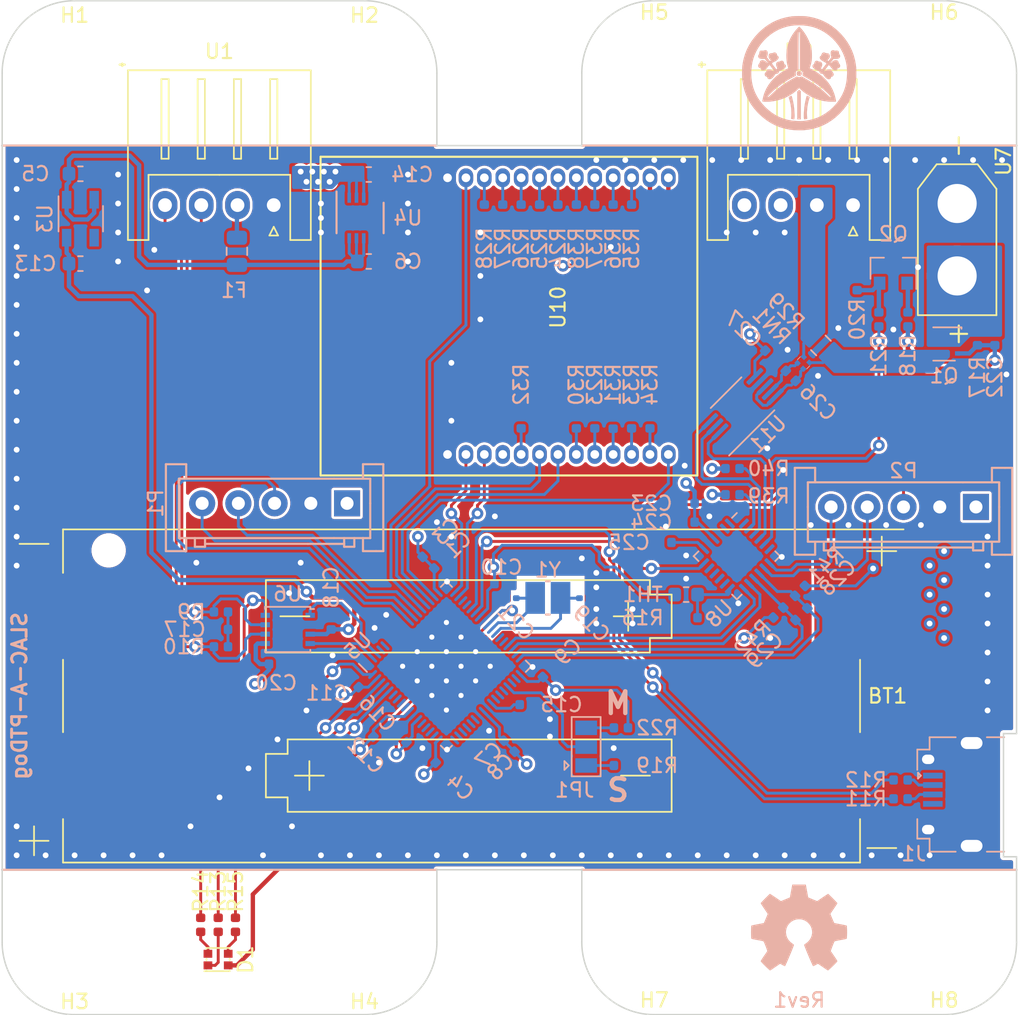
<source format=kicad_pcb>
(kicad_pcb (version 20171130) (host pcbnew "(5.1.4)-1")
  (layers (0 F.Cu signal) (1 POW.Cu signal) (2 GND.Cu signal) (31 B.Cu signal) (34 B.Paste user) (35 F.Paste user) (36 B.SilkS user) (37 F.SilkS user) (38 B.Mask user) (39 F.Mask user) (44 Edge.Cuts user))
  (net 0 "")
  (net 1 +3V3)
  (net 2 GND)
  (net 3 "Net-(C5-Pad1)")
  (net 4 +5V)
  (net 5 "Net-(C15-Pad2)")
  (net 6 "Net-(C16-Pad2)")
  (net 7 "Net-(C17-Pad1)")
  (net 8 "Net-(C19-Pad1)")
  (net 9 "Net-(C21-Pad1)")
  (net 10 "Net-(D1-Pad1)")
  (net 11 "Net-(D1-Pad2)")
  (net 12 "Net-(D1-Pad3)")
  (net 13 "Net-(J1-Pad2)")
  (net 14 "Net-(J1-Pad3)")
  (net 15 "Net-(P1-Pad3)")
  (net 16 "Net-(P1-Pad4)")
  (net 17 "Net-(P1-Pad5)")
  (net 18 "Net-(R9-Pad1)")
  (net 19 "Net-(R10-Pad2)")
  (net 20 "Net-(R11-Pad2)")
  (net 21 "Net-(R12-Pad2)")
  (net 22 /LED-R)
  (net 23 /LED-G)
  (net 24 /LED-B)
  (net 25 /CAN-TXD)
  (net 26 /CAN-RXD)
  (net 27 /CAN-STB)
  (net 28 "Net-(BT1-Pad2)")
  (net 29 +BATT)
  (net 30 "Net-(C22-Pad1)")
  (net 31 "Net-(C22-Pad2)")
  (net 32 "Net-(C25-Pad1)")
  (net 33 "Net-(C26-Pad1)")
  (net 34 "Net-(C26-Pad2)")
  (net 35 "Net-(F1-Pad2)")
  (net 36 "Net-(JP1-Pad3)")
  (net 37 /Radio-Role)
  (net 38 "Net-(JP1-Pad1)")
  (net 39 "Net-(P2-Pad3)")
  (net 40 "Net-(P2-Pad4)")
  (net 41 "Net-(P2-Pad5)")
  (net 42 "Net-(Q2-Pad1)")
  (net 43 "Net-(Q2-Pad2)")
  (net 44 /Thermistor)
  (net 45 /PowerSW)
  (net 46 "Net-(R23-Pad1)")
  (net 47 "Net-(R24-Pad1)")
  (net 48 "Net-(R25-Pad1)")
  (net 49 "Net-(R26-Pad1)")
  (net 50 "Net-(R27-Pad1)")
  (net 51 "Net-(R28-Pad1)")
  (net 52 "Net-(R30-Pad2)")
  (net 53 "Net-(R31-Pad2)")
  (net 54 "Net-(R32-Pad2)")
  (net 55 "Net-(R33-Pad2)")
  (net 56 "Net-(R34-Pad2)")
  (net 57 "Net-(R35-Pad2)")
  (net 58 "Net-(R36-Pad2)")
  (net 59 "Net-(R37-Pad2)")
  (net 60 "Net-(R38-Pad2)")
  (net 61 /PM-SCL)
  (net 62 /PM-SDA)
  (net 63 /Radio-Config)
  (net 64 /WatchDog-5to4)
  (net 65 /WatchDog-4to5)
  (net 66 /UART-4to5)
  (net 67 /UART-5to4)
  (net 68 /Radio-RXD)
  (net 69 /Radio-TXD)
  (net 70 /Radio-RTS)
  (net 71 /Radio-CTS)
  (net 72 /Radio-~RESET)
  (net 73 /PM-ALERT)
  (net 74 "Net-(R29-Pad2)")
  (net 75 "Net-(Q1-Pad4)")
  (module VVV-KiCad-Logo:kamon (layer B.Cu) (at 105 25 180)
    (fp_text reference G*** hide)
    (fp_text value LOGO hide)
  )
  (module Symbol:OSHW-Symbol_6.7x6mm_SilkScreen (layer B.Cu) (at 105 84 180)
    (fp_text reference REF** hide)
    (fp_text value OSHW-Symbol_6.7x6mm_SilkScreen hide)
  )
  (module Capacitor_SMD:C_0603_1608Metric (layer B.Cu) (at 75.3 32)
    (fp_text reference C14 (at 3 0) (layer B.SilkS) (effects (justify mirror)))
    (fp_text value 10uF)
    (pad 1 smd roundrect (at -0.7875 0) (size 0.875 0.95) (layers B.Cu B.Paste B.Mask) (net 1 +3V3))
    (pad 2 smd roundrect (at 0.7875 0) (size 0.875 0.95) (layers B.Cu B.Paste B.Mask) (net 2 GND))
  )
  (module KUTKiCad_footprint:JST_JQ_05JQ-BT_1x05_P2.5mm_Vertical (layer B.Cu) (at 117.2 54.95)
    (fp_text reference P2 (at -5 -2.5) (layer B.SilkS) (effects (justify mirror)))
    (fp_text value KRC_Conn_SWD)
    (pad 1 thru_hole rect (at 0 0) (size 1.8 1.8) (drill 0.9) (layers *.Cu *.Mask))
    (pad 2 thru_hole circle (at -2.5 0) (size 1.8 1.8) (drill 0.9) (layers *.Cu *.Mask) (net 2 GND))
    (pad 3 thru_hole circle (at -5 0) (size 1.8 1.8) (drill 0.9) (layers *.Cu *.Mask) (net 39 "Net-(P2-Pad3)"))
    (pad 4 thru_hole circle (at -7.5 0) (size 1.8 1.8) (drill 0.9) (layers *.Cu *.Mask) (net 40 "Net-(P2-Pad4)"))
    (pad 5 thru_hole circle (at -10 0) (size 1.8 1.8) (drill 0.9) (layers *.Cu *.Mask) (net 41 "Net-(P2-Pad5)"))
  )
  (module KUTKiCad_footprint:Cypress_QFN-68_EP_8x8_Pitch0.4mm (layer B.Cu) (at 80.657107 65.949747 315)
    (fp_text reference U5 (at -5.303301 3.323402 225) (layer B.SilkS) (effects (justify mirror)))
    (fp_text value CY8C58xxLTI-LPxxx)
    (pad 1 smd oval (at -4 3.2 225) (size 0.2 0.8) (layers B.Cu B.Paste B.Mask) (net 26 /CAN-RXD))
    (pad 2 smd oval (at -4 2.8 225) (size 0.2 0.8) (layers B.Cu B.Paste B.Mask) (net 25 /CAN-TXD))
    (pad 3 smd oval (at -4 2.4 225) (size 0.2 0.8) (layers B.Cu B.Paste B.Mask))
    (pad 4 smd oval (at -4 2 225) (size 0.2 0.8) (layers B.Cu B.Paste B.Mask))
    (pad 5 smd oval (at -4 1.6 225) (size 0.2 0.8) (layers B.Cu B.Paste B.Mask) (net 2 GND))
    (pad 6 smd oval (at -4 1.2 225) (size 0.2 0.8) (layers B.Cu B.Paste B.Mask) (net 2 GND))
    (pad 7 smd oval (at -4 0.8 225) (size 0.2 0.8) (layers B.Cu B.Paste B.Mask) (net 2 GND))
    (pad 8 smd oval (at -4 0.4 225) (size 0.2 0.8) (layers B.Cu B.Paste B.Mask) (net 2 GND))
    (pad 9 smd oval (at -4 0 225) (size 0.2 0.8) (layers B.Cu B.Paste B.Mask) (net 2 GND))
    (pad 10 smd oval (at -4 -0.4 225) (size 0.2 0.8) (layers B.Cu B.Paste B.Mask) (net 15 "Net-(P1-Pad3)"))
    (pad 11 smd oval (at -4 -0.8 225) (size 0.2 0.8) (layers B.Cu B.Paste B.Mask) (net 17 "Net-(P1-Pad5)"))
    (pad 12 smd oval (at -4 -1.2 225) (size 0.2 0.8) (layers B.Cu B.Paste B.Mask) (net 16 "Net-(P1-Pad4)"))
    (pad 13 smd oval (at -4 -1.6 225) (size 0.2 0.8) (layers B.Cu B.Paste B.Mask) (net 68 /Radio-RXD))
    (pad 14 smd oval (at -4 -2 225) (size 0.2 0.8) (layers B.Cu B.Paste B.Mask) (net 71 /Radio-CTS))
    (pad 15 smd oval (at -4 -2.4 225) (size 0.2 0.8) (layers B.Cu B.Paste B.Mask) (net 70 /Radio-RTS))
    (pad 16 smd oval (at -4 -2.8 225) (size 0.2 0.8) (layers B.Cu B.Paste B.Mask) (net 69 /Radio-TXD))
    (pad 17 smd oval (at -4 -3.2 225) (size 0.2 0.8) (layers B.Cu B.Paste B.Mask) (net 1 +3V3))
    (pad 18 smd oval (at -3.2 -4 315) (size 0.2 0.8) (layers B.Cu B.Paste B.Mask) (net 72 /Radio-~RESET))
    (pad 19 smd oval (at -2.8 -4 315) (size 0.2 0.8) (layers B.Cu B.Paste B.Mask) (net 63 /Radio-Config))
    (pad 20 smd oval (at -2.4 -4 315) (size 0.2 0.8) (layers B.Cu B.Paste B.Mask))
    (pad 21 smd oval (at -2 -4 315) (size 0.2 0.8) (layers B.Cu B.Paste B.Mask))
    (pad 22 smd oval (at -1.6 -4 315) (size 0.2 0.8) (layers B.Cu B.Paste B.Mask) (net 20 "Net-(R11-Pad2)"))
    (pad 23 smd oval (at -1.2 -4 315) (size 0.2 0.8) (layers B.Cu B.Paste B.Mask) (net 21 "Net-(R12-Pad2)"))
    (pad 24 smd oval (at -0.8 -4 315) (size 0.2 0.8) (layers B.Cu B.Paste B.Mask) (net 1 +3V3))
    (pad 25 smd oval (at -0.4 -4 315) (size 0.2 0.8) (layers B.Cu B.Paste B.Mask) (net 2 GND))
    (pad 26 smd oval (at 0 -4 315) (size 0.2 0.8) (layers B.Cu B.Paste B.Mask) (net 6 "Net-(C16-Pad2)"))
    (pad 27 smd oval (at 0.4 -4 315) (size 0.2 0.8) (layers B.Cu B.Paste B.Mask) (net 9 "Net-(C21-Pad1)"))
    (pad 28 smd oval (at 0.8 -4 315) (size 0.2 0.8) (layers B.Cu B.Paste B.Mask) (net 8 "Net-(C19-Pad1)"))
    (pad 29 smd oval (at 1.2 -4 315) (size 0.2 0.8) (layers B.Cu B.Paste B.Mask))
    (pad 30 smd oval (at 1.6 -4 315) (size 0.2 0.8) (layers B.Cu B.Paste B.Mask))
    (pad 31 smd oval (at 2 -4 315) (size 0.2 0.8) (layers B.Cu B.Paste B.Mask) (net 66 /UART-4to5))
    (pad 32 smd oval (at 2.4 -4 315) (size 0.2 0.8) (layers B.Cu B.Paste B.Mask) (net 67 /UART-5to4))
    (pad 33 smd oval (at 2.8 -4 315) (size 0.2 0.8) (layers B.Cu B.Paste B.Mask) (net 65 /WatchDog-4to5))
    (pad 34 smd oval (at 3.2 -4 315) (size 0.2 0.8) (layers B.Cu B.Paste B.Mask) (net 64 /WatchDog-5to4))
    (pad 35 smd oval (at 4 -3.2 225) (size 0.2 0.8) (layers B.Cu B.Paste B.Mask) (net 1 +3V3))
    (pad 36 smd oval (at 4 -2.8 225) (size 0.2 0.8) (layers B.Cu B.Paste B.Mask))
    (pad 37 smd oval (at 4 -2.4 225) (size 0.2 0.8) (layers B.Cu B.Paste B.Mask))
    (pad 38 smd oval (at 4 -2 225) (size 0.2 0.8) (layers B.Cu B.Paste B.Mask) (net 37 /Radio-Role))
    (pad 39 smd oval (at 4 -1.6 225) (size 0.2 0.8) (layers B.Cu B.Paste B.Mask))
    (pad 40 smd oval (at 4 -1.2 225) (size 0.2 0.8) (layers B.Cu B.Paste B.Mask))
    (pad 41 smd oval (at 4 -0.8 225) (size 0.2 0.8) (layers B.Cu B.Paste B.Mask))
    (pad 42 smd oval (at 4 -0.4 225) (size 0.2 0.8) (layers B.Cu B.Paste B.Mask) (net 5 "Net-(C15-Pad2)"))
    (pad 43 smd oval (at 4 0 225) (size 0.2 0.8) (layers B.Cu B.Paste B.Mask) (net 2 GND))
    (pad 44 smd oval (at 4 0.4 225) (size 0.2 0.8) (layers B.Cu B.Paste B.Mask) (net 1 +3V3))
    (pad 45 smd oval (at 4 0.8 225) (size 0.2 0.8) (layers B.Cu B.Paste B.Mask) (net 2 GND))
    (pad 46 smd oval (at 4 1.2 225) (size 0.2 0.8) (layers B.Cu B.Paste B.Mask))
    (pad 47 smd oval (at 4 1.6 225) (size 0.2 0.8) (layers B.Cu B.Paste B.Mask))
    (pad 48 smd oval (at 4 2 225) (size 0.2 0.8) (layers B.Cu B.Paste B.Mask))
    (pad 49 smd oval (at 4 2.4 225) (size 0.2 0.8) (layers B.Cu B.Paste B.Mask))
    (pad 50 smd oval (at 4 2.8 225) (size 0.2 0.8) (layers B.Cu B.Paste B.Mask))
    (pad 51 smd oval (at 4 3.2 225) (size 0.2 0.8) (layers B.Cu B.Paste B.Mask))
    (pad 52 smd oval (at 3.2 4 315) (size 0.2 0.8) (layers B.Cu B.Paste B.Mask) (net 1 +3V3))
    (pad 53 smd oval (at 2.8 4 315) (size 0.2 0.8) (layers B.Cu B.Paste B.Mask))
    (pad 54 smd oval (at 2.4 4 315) (size 0.2 0.8) (layers B.Cu B.Paste B.Mask))
    (pad 55 smd oval (at 2 4 315) (size 0.2 0.8) (layers B.Cu B.Paste B.Mask))
    (pad 56 smd oval (at 1.6 4 315) (size 0.2 0.8) (layers B.Cu B.Paste B.Mask))
    (pad 57 smd oval (at 1.2 4 315) (size 0.2 0.8) (layers B.Cu B.Paste B.Mask) (net 6 "Net-(C16-Pad2)"))
    (pad 58 smd oval (at 0.8 4 315) (size 0.2 0.8) (layers B.Cu B.Paste B.Mask) (net 2 GND))
    (pad 59 smd oval (at 0.4 4 315) (size 0.2 0.8) (layers B.Cu B.Paste B.Mask) (net 1 +3V3))
    (pad 60 smd oval (at 0 4 315) (size 0.2 0.8) (layers B.Cu B.Paste B.Mask))
    (pad 61 smd oval (at -0.4 4 315) (size 0.2 0.8) (layers B.Cu B.Paste B.Mask))
    (pad 62 smd oval (at -0.8 4 315) (size 0.2 0.8) (layers B.Cu B.Paste B.Mask))
    (pad 63 smd oval (at -1.2 4 315) (size 0.2 0.8) (layers B.Cu B.Paste B.Mask))
    (pad 64 smd oval (at -1.6 4 315) (size 0.2 0.8) (layers B.Cu B.Paste B.Mask) (net 24 /LED-B))
    (pad 65 smd oval (at -2 4 315) (size 0.2 0.8) (layers B.Cu B.Paste B.Mask) (net 22 /LED-R))
    (pad 66 smd oval (at -2.4 4 315) (size 0.2 0.8) (layers B.Cu B.Paste B.Mask) (net 23 /LED-G))
    (pad 67 smd oval (at -2.8 4 315) (size 0.2 0.8) (layers B.Cu B.Paste B.Mask) (net 1 +3V3))
    (pad 68 smd oval (at -3.2 4 315) (size 0.2 0.8) (layers B.Cu B.Paste B.Mask) (net 27 /CAN-STB))
    (pad 69 smd rect (at -2.1375 2.1375 315) (size 1.425 1.425) (layers B.Cu B.Paste B.Mask) (net 2 GND))
    (pad 69 smd rect (at -2.1375 0.7125 315) (size 1.425 1.425) (layers B.Cu B.Paste B.Mask) (net 2 GND))
    (pad 69 smd rect (at -2.1375 -0.7125 315) (size 1.425 1.425) (layers B.Cu B.Paste B.Mask) (net 2 GND))
    (pad 69 smd rect (at -2.1375 -2.1375 315) (size 1.425 1.425) (layers B.Cu B.Paste B.Mask) (net 2 GND))
    (pad 69 smd rect (at -0.7125 2.1375 315) (size 1.425 1.425) (layers B.Cu B.Paste B.Mask) (net 2 GND))
    (pad 69 smd rect (at -0.7125 0.7125 315) (size 1.425 1.425) (layers B.Cu B.Paste B.Mask) (net 2 GND))
    (pad 69 smd rect (at -0.7125 -0.7125 315) (size 1.425 1.425) (layers B.Cu B.Paste B.Mask) (net 2 GND))
    (pad 69 smd rect (at -0.7125 -2.1375 315) (size 1.425 1.425) (layers B.Cu B.Paste B.Mask) (net 2 GND))
    (pad 69 smd rect (at 0.7125 2.1375 315) (size 1.425 1.425) (layers B.Cu B.Paste B.Mask) (net 2 GND))
    (pad 69 smd rect (at 0.7125 0.7125 315) (size 1.425 1.425) (layers B.Cu B.Paste B.Mask) (net 2 GND))
    (pad 69 smd rect (at 0.7125 -0.7125 315) (size 1.425 1.425) (layers B.Cu B.Paste B.Mask) (net 2 GND))
    (pad 69 smd rect (at 0.7125 -2.1375 315) (size 1.425 1.425) (layers B.Cu B.Paste B.Mask) (net 2 GND))
    (pad 69 smd rect (at 2.1375 2.1375 315) (size 1.425 1.425) (layers B.Cu B.Paste B.Mask) (net 2 GND))
    (pad 69 smd rect (at 2.1375 0.7125 315) (size 1.425 1.425) (layers B.Cu B.Paste B.Mask) (net 2 GND))
    (pad 69 smd rect (at 2.1375 -0.7125 315) (size 1.425 1.425) (layers B.Cu B.Paste B.Mask) (net 2 GND))
    (pad 69 smd rect (at 2.1375 -2.1375 315) (size 1.425 1.425) (layers B.Cu B.Paste B.Mask) (net 2 GND))
    (pad 69 thru_hole circle (at -2.1375 2.1375 315) (size 0.7125 0.7125) (drill 0.35625) (layers *.Cu *.Mask) (net 2 GND))
    (pad 69 thru_hole circle (at -2.1375 0.7125 315) (size 0.7125 0.7125) (drill 0.35625) (layers *.Cu *.Mask) (net 2 GND))
    (pad 69 thru_hole circle (at -2.1375 -0.7125 315) (size 0.7125 0.7125) (drill 0.35625) (layers *.Cu *.Mask) (net 2 GND))
    (pad 69 thru_hole circle (at -2.1375 -2.1375 315) (size 0.7125 0.7125) (drill 0.35625) (layers *.Cu *.Mask) (net 2 GND))
    (pad 69 thru_hole circle (at -0.7125 2.1375 315) (size 0.7125 0.7125) (drill 0.35625) (layers *.Cu *.Mask) (net 2 GND))
    (pad 69 thru_hole circle (at -0.7125 0.7125 315) (size 0.7125 0.7125) (drill 0.35625) (layers *.Cu *.Mask) (net 2 GND))
    (pad 69 thru_hole circle (at -0.7125 -0.7125 315) (size 0.7125 0.7125) (drill 0.35625) (layers *.Cu *.Mask) (net 2 GND))
    (pad 69 thru_hole circle (at -0.7125 -2.1375 315) (size 0.7125 0.7125) (drill 0.35625) (layers *.Cu *.Mask) (net 2 GND))
    (pad 69 thru_hole circle (at 0.7125 2.1375 315) (size 0.7125 0.7125) (drill 0.35625) (layers *.Cu *.Mask) (net 2 GND))
    (pad 69 thru_hole circle (at 0.7125 0.7125 315) (size 0.7125 0.7125) (drill 0.35625) (layers *.Cu *.Mask) (net 2 GND))
    (pad 69 thru_hole circle (at 0.7125 -0.7125 315) (size 0.7125 0.7125) (drill 0.35625) (layers *.Cu *.Mask) (net 2 GND))
    (pad 69 thru_hole circle (at 0.7125 -2.1375 315) (size 0.7125 0.7125) (drill 0.35625) (layers *.Cu *.Mask) (net 2 GND))
    (pad 69 thru_hole circle (at 2.1375 2.1375 315) (size 0.7125 0.7125) (drill 0.35625) (layers *.Cu *.Mask) (net 2 GND))
    (pad 69 thru_hole circle (at 2.1375 0.7125 315) (size 0.7125 0.7125) (drill 0.35625) (layers *.Cu *.Mask) (net 2 GND))
    (pad 69 thru_hole circle (at 2.1375 -0.7125 315) (size 0.7125 0.7125) (drill 0.35625) (layers *.Cu *.Mask) (net 2 GND))
    (pad 69 thru_hole circle (at 2.1375 -2.1375 315) (size 0.7125 0.7125) (drill 0.35625) (layers *.Cu *.Mask) (net 2 GND))
  )
  (module Capacitor_SMD:C_0402_1005Metric (layer B.Cu) (at 68.9 65.8)
    (fp_text reference C20 (at 0 1.3) (layer B.SilkS) (effects (justify mirror)))
    (fp_text value 0.1uF)
    (pad 1 smd roundrect (at -0.485 0) (size 0.59 0.64) (layers B.Cu B.Paste B.Mask) (net 1 +3V3))
    (pad 2 smd roundrect (at 0.485 0) (size 0.59 0.64) (layers B.Cu B.Paste B.Mask) (net 2 GND))
  )
  (module Resistor_SMD:R_0402_1005Metric (layer B.Cu) (at 65.1 62.2)
    (fp_text reference R9 (at -2.05 0) (layer B.SilkS) (effects (justify mirror)))
    (fp_text value 56Ω)
    (pad 1 smd roundrect (at -0.485 0) (size 0.59 0.64) (layers B.Cu B.Paste B.Mask) (net 18 "Net-(R9-Pad1)"))
    (pad 2 smd roundrect (at 0.485 0) (size 0.59 0.64) (layers B.Cu B.Paste B.Mask) (net 7 "Net-(C17-Pad1)"))
  )
  (module Capacitor_SMD:C_0402_1005Metric (layer B.Cu) (at 72.704772 62.921498 270)
    (fp_text reference C18 (at -2.421498 0.004772 270) (layer B.SilkS) (effects (justify mirror)))
    (fp_text value 0.1uF)
    (pad 2 smd roundrect (at 0.485 0 270) (size 0.59 0.64) (layers B.Cu B.Paste B.Mask) (net 4 +5V))
    (pad 1 smd roundrect (at -0.485 0 270) (size 0.59 0.64) (layers B.Cu B.Paste B.Mask) (net 2 GND))
  )
  (module Capacitor_SMD:C_0402_1005Metric (layer B.Cu) (at 65.1 63.406497 180)
    (fp_text reference C17 (at 2.5 0) (layer B.SilkS) (effects (justify mirror)))
    (fp_text value 4.7nF)
    (pad 2 smd roundrect (at 0.485 0 180) (size 0.59 0.64) (layers B.Cu B.Paste B.Mask) (net 2 GND))
    (pad 1 smd roundrect (at -0.485 0 180) (size 0.59 0.64) (layers B.Cu B.Paste B.Mask) (net 7 "Net-(C17-Pad1)"))
  )
  (module Resistor_SMD:R_0402_1005Metric (layer B.Cu) (at 65.1 64.6 180)
    (fp_text reference R10 (at 2.55 0) (layer B.SilkS) (effects (justify mirror)))
    (fp_text value 56Ω)
    (pad 1 smd roundrect (at -0.485 0 180) (size 0.59 0.64) (layers B.Cu B.Paste B.Mask) (net 7 "Net-(C17-Pad1)"))
    (pad 2 smd roundrect (at 0.485 0 180) (size 0.59 0.64) (layers B.Cu B.Paste B.Mask) (net 19 "Net-(R10-Pad2)"))
  )
  (module Package_DFN_QFN:DFN-8-1EP_3x3mm_P0.65mm_EP1.55x2.4mm (layer B.Cu) (at 69.704774 63.406496 180)
    (fp_text reference U6 (at 0 2.449999) (layer B.SilkS) (effects (justify mirror)))
    (fp_text value NCV7342)
    (pad 1 smd rect (at -1.55 0.975 180) (size 0.65 0.35) (layers B.Cu B.Paste B.Mask) (net 25 /CAN-TXD))
    (pad 2 smd rect (at -1.55 0.325 180) (size 0.65 0.35) (layers B.Cu B.Paste B.Mask) (net 2 GND))
    (pad 3 smd rect (at -1.55 -0.325 180) (size 0.65 0.35) (layers B.Cu B.Paste B.Mask) (net 4 +5V))
    (pad 4 smd rect (at -1.55 -0.975 180) (size 0.65 0.35) (layers B.Cu B.Paste B.Mask) (net 26 /CAN-RXD))
    (pad 5 smd rect (at 1.55 -0.975 180) (size 0.65 0.35) (layers B.Cu B.Paste B.Mask) (net 1 +3V3))
    (pad 6 smd rect (at 1.55 -0.325 180) (size 0.65 0.35) (layers B.Cu B.Paste B.Mask) (net 19 "Net-(R10-Pad2)"))
    (pad 7 smd rect (at 1.55 0.325 180) (size 0.65 0.35) (layers B.Cu B.Paste B.Mask) (net 18 "Net-(R9-Pad1)"))
    (pad 8 smd rect (at 1.55 0.975 180) (size 0.65 0.35) (layers B.Cu B.Paste B.Mask) (net 27 /CAN-STB))
    (pad 9 smd rect (at 0 0 180) (size 1.55 2.4) (layers B.Cu B.Mask) (net 2 GND))
  )
  (module KUTKiCad_footprint:RFLink_Module_RM-92A (layer F.Cu) (at 80.734 51.325 90)
    (fp_text reference U10 (at 10.16 7.62 270) (layer F.SilkS))
    (fp_text value RM-92X)
    (pad 1 thru_hole oval (at 0 0 90) (size 1.3 1) (drill 0.6) (layers *.Cu *.Mask) (net 2 GND))
    (pad 2 thru_hole oval (at 0 1.27 90) (size 1.3 1) (drill 0.6) (layers *.Cu *.Mask) (net 72 /Radio-~RESET))
    (pad 3 thru_hole oval (at 0 2.54 90) (size 1.3 1) (drill 0.6) (layers *.Cu *.Mask) (net 63 /Radio-Config))
    (pad 4 thru_hole oval (at 0 3.81 90) (size 1.3 1) (drill 0.6) (layers *.Cu *.Mask))
    (pad 5 thru_hole oval (at 0 5.08 90) (size 1.3 1) (drill 0.6) (layers *.Cu *.Mask) (net 54 "Net-(R32-Pad2)"))
    (pad 6 thru_hole oval (at 0 6.35 90) (size 1.3 1) (drill 0.6) (layers *.Cu *.Mask) (net 71 /Radio-CTS))
    (pad 7 thru_hole oval (at 0 7.62 90) (size 1.3 1) (drill 0.6) (layers *.Cu *.Mask) (net 70 /Radio-RTS))
    (pad 8 thru_hole oval (at 0 8.89 90) (size 1.3 1) (drill 0.6) (layers *.Cu *.Mask) (net 52 "Net-(R30-Pad2)"))
    (pad 9 thru_hole oval (at 0 10.16 90) (size 1.3 1) (drill 0.6) (layers *.Cu *.Mask) (net 46 "Net-(R23-Pad1)"))
    (pad 10 thru_hole oval (at 0 11.43 90) (size 1.3 1) (drill 0.6) (layers *.Cu *.Mask) (net 53 "Net-(R31-Pad2)"))
    (pad 11 thru_hole oval (at 0 12.7 90) (size 1.3 1) (drill 0.6) (layers *.Cu *.Mask) (net 55 "Net-(R33-Pad2)"))
    (pad 12 thru_hole oval (at 0 13.97 90) (size 1.3 1) (drill 0.6) (layers *.Cu *.Mask) (net 56 "Net-(R34-Pad2)"))
    (pad 13 thru_hole oval (at 0 15.24 90) (size 1.3 1) (drill 0.6) (layers *.Cu *.Mask) (net 69 /Radio-TXD))
    (pad 14 thru_hole oval (at 19.1 15.24 90) (size 1.3 1) (drill 0.6) (layers *.Cu *.Mask) (net 1 +3V3))
    (pad 15 thru_hole oval (at 19.1 13.97 90) (size 1.3 1) (drill 0.6) (layers *.Cu *.Mask) (net 1 +3V3))
    (pad 16 thru_hole oval (at 19.1 12.7 90) (size 1.3 1) (drill 0.6) (layers *.Cu *.Mask) (net 57 "Net-(R35-Pad2)"))
    (pad 17 thru_hole oval (at 19.1 11.43 90) (size 1.3 1) (drill 0.6) (layers *.Cu *.Mask) (net 58 "Net-(R36-Pad2)"))
    (pad 18 thru_hole oval (at 19.1 10.16 90) (size 1.3 1) (drill 0.6) (layers *.Cu *.Mask) (net 59 "Net-(R37-Pad2)"))
    (pad 19 thru_hole oval (at 19.1 8.89 90) (size 1.3 1) (drill 0.6) (layers *.Cu *.Mask) (net 60 "Net-(R38-Pad2)"))
    (pad 20 thru_hole oval (at 19.1 7.62 90) (size 1.3 1) (drill 0.6) (layers *.Cu *.Mask) (net 47 "Net-(R24-Pad1)"))
    (pad 21 thru_hole oval (at 19.1 6.35 90) (size 1.3 1) (drill 0.6) (layers *.Cu *.Mask) (net 48 "Net-(R25-Pad1)"))
    (pad 22 thru_hole oval (at 19.1 5.08 90) (size 1.3 1) (drill 0.6) (layers *.Cu *.Mask) (net 49 "Net-(R26-Pad1)"))
    (pad 23 thru_hole oval (at 19.1 3.81 90) (size 1.3 1) (drill 0.6) (layers *.Cu *.Mask) (net 50 "Net-(R27-Pad1)"))
    (pad 24 thru_hole oval (at 19.1 2.54 90) (size 1.3 1) (drill 0.6) (layers *.Cu *.Mask) (net 51 "Net-(R28-Pad1)"))
    (pad 25 thru_hole oval (at 19.1 1.27 90) (size 1.3 1) (drill 0.6) (layers *.Cu *.Mask) (net 68 /Radio-RXD))
    (pad 26 thru_hole oval (at 19.1 0 90) (size 1.3 1) (drill 0.6) (layers *.Cu *.Mask) (net 2 GND))
  )
  (module KUTKiCad_footprint:LED_LiteOn_LTST-C19HE1WT (layer F.Cu) (at 64.9 86.2 90)
    (fp_text reference D1 (at 0 1.9 90) (layer F.SilkS))
    (fp_text value LED_RGBA)
    (pad 3 smd rect (at 0.4 0.7 90) (size 0.55 0.6) (layers F.Cu F.Paste F.Mask) (net 12 "Net-(D1-Pad3)"))
    (pad 4 smd rect (at -0.4 0.7 90) (size 0.55 0.6) (layers F.Cu F.Paste F.Mask) (net 1 +3V3))
    (pad 2 smd rect (at 0.4 -0.7 90) (size 0.55 0.6) (layers F.Cu F.Paste F.Mask) (net 11 "Net-(D1-Pad2)"))
    (pad 1 smd rect (at -0.4 -0.7 90) (size 0.55 0.6) (layers F.Cu F.Paste F.Mask) (net 10 "Net-(D1-Pad1)"))
  )
  (module KUTKiCad_footprint:Hirose_ZX_ZX62D-B-5P8 (layer B.Cu) (at 116.9 74.8 270)
    (fp_text reference J1 (at 4.1 4 180) (layer B.SilkS) (effects (justify mirror)))
    (fp_text value USB_B_Micro)
    (pad 6 smd rect (at 1.15 0 270) (size 1.8 1.9) (layers B.Cu B.Paste B.Mask) (net 2 GND))
    (pad 6 smd rect (at -1.15 0 270) (size 1.8 1.9) (layers B.Cu B.Paste B.Mask) (net 2 GND))
    (pad 6 thru_hole rect (at 3.55 0 270) (size 2.1 1.9) (drill oval 0.825 1.5 (offset 0.1 0)) (layers *.Cu *.Mask) (net 2 GND))
    (pad 6 thru_hole rect (at -3.55 0 270) (size 2.1 1.9) (drill oval 0.825 1.5 (offset -0.1 0)) (layers *.Cu *.Mask) (net 2 GND))
    (pad 6 thru_hole oval (at 2.425 3 270) (size 1.05 1.25) (drill oval 0.65 0.85) (layers *.Cu *.Mask) (net 2 GND))
    (pad 6 thru_hole oval (at -2.425 3 270) (size 1.05 1.25) (drill oval 0.65 0.85) (layers *.Cu *.Mask) (net 2 GND))
    (pad 5 smd rect (at 1.3 2.675 270) (size 0.4 1.35) (layers B.Cu B.Paste B.Mask) (net 2 GND))
    (pad 4 smd rect (at 0.65 2.675 270) (size 0.4 1.35) (layers B.Cu B.Paste B.Mask))
    (pad 3 smd rect (at 0 2.675 270) (size 0.4 1.35) (layers B.Cu B.Paste B.Mask) (net 14 "Net-(J1-Pad3)"))
    (pad 2 smd rect (at -0.65 2.675 270) (size 0.4 1.35) (layers B.Cu B.Paste B.Mask) (net 13 "Net-(J1-Pad2)"))
    (pad 1 smd rect (at -1.3 2.675 270) (size 0.4 1.35) (layers B.Cu B.Paste B.Mask))
  )
  (module Capacitor_SMD:C_0402_1005Metric (layer B.Cu) (at 80.157106 58.849747 45)
    (fp_text reference C1 (at 1.838478 0 45) (layer B.SilkS) (effects (justify mirror)))
    (fp_text value 0.1uF)
    (pad 1 smd roundrect (at -0.485 0 45) (size 0.59 0.64) (layers B.Cu B.Paste B.Mask) (net 1 +3V3))
    (pad 2 smd roundrect (at 0.485 0 45) (size 0.59 0.64) (layers B.Cu B.Paste B.Mask) (net 2 GND))
  )
  (module Capacitor_SMD:C_0402_1005Metric (layer B.Cu) (at 79.35416 58.052694 45)
    (fp_text reference C3 (at 1.913356 -0.070711 225) (layer B.SilkS) (effects (justify mirror)))
    (fp_text value 0.1uF)
    (pad 1 smd roundrect (at -0.485 0 45) (size 0.59 0.64) (layers B.Cu B.Paste B.Mask) (net 1 +3V3))
    (pad 2 smd roundrect (at 0.485 0 45) (size 0.59 0.64) (layers B.Cu B.Paste B.Mask) (net 2 GND))
  )
  (module Capacitor_SMD:C_0402_1005Metric (layer B.Cu) (at 80.257107 72.949747 315)
    (fp_text reference C4 (at 1.904342 0.005204 135) (layer B.SilkS) (effects (justify mirror)))
    (fp_text value 0.1uF)
    (pad 2 smd roundrect (at 0.485 0 315) (size 0.59 0.64) (layers B.Cu B.Paste B.Mask) (net 2 GND))
    (pad 1 smd roundrect (at -0.485 0 315) (size 0.59 0.64) (layers B.Cu B.Paste B.Mask) (net 1 +3V3))
  )
  (module Capacitor_SMD:C_0603_1608Metric (layer B.Cu) (at 55.4 31.95)
    (fp_text reference C5 (at -3.1 0 180) (layer B.SilkS) (effects (justify mirror)))
    (fp_text value 10uF)
    (pad 1 smd roundrect (at -0.7875 0) (size 0.875 0.95) (layers B.Cu B.Paste B.Mask) (net 3 "Net-(C5-Pad1)"))
    (pad 2 smd roundrect (at 0.7875 0) (size 0.875 0.95) (layers B.Cu B.Paste B.Mask) (net 2 GND))
  )
  (module Capacitor_SMD:C_0603_1608Metric (layer B.Cu) (at 75.3 38)
    (fp_text reference C6 (at 2.7 0) (layer B.SilkS) (effects (justify mirror)))
    (fp_text value 10uF)
    (pad 2 smd roundrect (at 0.7875 0) (size 0.875 0.95) (layers B.Cu B.Paste B.Mask) (net 2 GND))
    (pad 1 smd roundrect (at -0.7875 0) (size 0.875 0.95) (layers B.Cu B.Paste B.Mask) (net 3 "Net-(C5-Pad1)"))
  )
  (module Capacitor_SMD:C_0402_1005Metric (layer B.Cu) (at 84.957053 70.742947 45)
    (fp_text reference C7 (at -1.919163 0 225) (layer B.SilkS) (effects (justify mirror)))
    (fp_text value 0.1uF)
    (pad 1 smd roundrect (at -0.485 0 45) (size 0.59 0.64) (layers B.Cu B.Paste B.Mask) (net 1 +3V3))
    (pad 2 smd roundrect (at 0.485 0 45) (size 0.59 0.64) (layers B.Cu B.Paste B.Mask) (net 2 GND))
  )
  (module Capacitor_SMD:C_0402_1005Metric (layer B.Cu) (at 85.7 71.5 45)
    (fp_text reference C8 (at -1.909188 0.070711 45) (layer B.SilkS) (effects (justify mirror)))
    (fp_text value 0.1uF)
    (pad 1 smd roundrect (at -0.485 0 45) (size 0.59 0.64) (layers B.Cu B.Paste B.Mask) (net 1 +3V3))
    (pad 2 smd roundrect (at 0.485 0 45) (size 0.59 0.64) (layers B.Cu B.Paste B.Mask) (net 2 GND))
  )
  (module Capacitor_SMD:C_0402_1005Metric (layer B.Cu) (at 87.657107 66.349747 45)
    (fp_text reference C9 (at 1.979899 0 45) (layer B.SilkS) (effects (justify mirror)))
    (fp_text value 0.1uF)
    (pad 2 smd roundrect (at 0.485 0 45) (size 0.59 0.64) (layers B.Cu B.Paste B.Mask) (net 2 GND))
    (pad 1 smd roundrect (at -0.485 0 45) (size 0.59 0.64) (layers B.Cu B.Paste B.Mask) (net 1 +3V3))
  )
  (module Capacitor_SMD:C_0402_1005Metric (layer B.Cu) (at 84.457107 60.249748)
    (fp_text reference C10 (at 0 -1.14 180) (layer B.SilkS) (effects (justify mirror)))
    (fp_text value 1uF)
    (pad 1 smd roundrect (at -0.485 0) (size 0.59 0.64) (layers B.Cu B.Paste B.Mask) (net 1 +3V3))
    (pad 2 smd roundrect (at 0.485 0) (size 0.59 0.64) (layers B.Cu B.Paste B.Mask) (net 2 GND))
  )
  (module Capacitor_SMD:C_0402_1005Metric (layer B.Cu) (at 74.257106 67.049747 135)
    (fp_text reference C11 (at 0.782663 -1.843681) (layer B.SilkS) (effects (justify mirror)))
    (fp_text value 0.1uF)
    (pad 2 smd roundrect (at 0.485 0 135) (size 0.59 0.64) (layers B.Cu B.Paste B.Mask) (net 2 GND))
    (pad 1 smd roundrect (at -0.485 0 135) (size 0.59 0.64) (layers B.Cu B.Paste B.Mask) (net 1 +3V3))
  )
  (module Capacitor_SMD:C_0402_1005Metric (layer B.Cu) (at 75.957106 71.149747 315)
    (fp_text reference C12 (at 0.065865 1.277996 135) (layer B.SilkS) (effects (justify mirror)))
    (fp_text value 1uF)
    (pad 2 smd roundrect (at 0.485 0 315) (size 0.59 0.64) (layers B.Cu B.Paste B.Mask) (net 2 GND))
    (pad 1 smd roundrect (at -0.485 0 315) (size 0.59 0.64) (layers B.Cu B.Paste B.Mask) (net 1 +3V3))
  )
  (module Capacitor_SMD:C_0603_1608Metric (layer B.Cu) (at 55.4 38.15)
    (fp_text reference C13 (at -3.1 0 180) (layer B.SilkS) (effects (justify mirror)))
    (fp_text value 10uF)
    (pad 2 smd roundrect (at 0.7875 0) (size 0.875 0.95) (layers B.Cu B.Paste B.Mask) (net 2 GND))
    (pad 1 smd roundrect (at -0.7875 0) (size 0.875 0.95) (layers B.Cu B.Paste B.Mask) (net 4 +5V))
  )
  (module Capacitor_SMD:C_0402_1005Metric (layer B.Cu) (at 86.2 68.6 180)
    (fp_text reference C15 (at -2.4 0 180) (layer B.SilkS) (effects (justify mirror)))
    (fp_text value 1uF)
    (pad 1 smd roundrect (at -0.485 0 180) (size 0.59 0.64) (layers B.Cu B.Paste B.Mask) (net 2 GND))
    (pad 2 smd roundrect (at 0.485 0 180) (size 0.59 0.64) (layers B.Cu B.Paste B.Mask) (net 5 "Net-(C15-Pad2)"))
  )
  (module Capacitor_SMD:C_0402_1005Metric (layer B.Cu) (at 77.557053 70.857053 315)
    (fp_text reference C16 (at -2.347595 0 135) (layer B.SilkS) (effects (justify mirror)))
    (fp_text value 1uF)
    (pad 1 smd roundrect (at -0.485 0 315) (size 0.59 0.64) (layers B.Cu B.Paste B.Mask) (net 2 GND))
    (pad 2 smd roundrect (at 0.485 0 315) (size 0.59 0.64) (layers B.Cu B.Paste B.Mask) (net 6 "Net-(C16-Pad2)"))
  )
  (module Capacitor_SMD:C_0201_0603Metric (layer B.Cu) (at 90.157105 61.249748)
    (fp_text reference C19 (at 0.5 1.750252 315) (layer B.SilkS) (effects (justify mirror)))
    (fp_text value 9pF)
    (pad 1 smd roundrect (at -0.32 0) (size 0.46 0.4) (layers B.Cu B.Mask) (net 8 "Net-(C19-Pad1)"))
    (pad 2 smd roundrect (at 0.32 0) (size 0.46 0.4) (layers B.Cu B.Mask) (net 2 GND))
  )
  (module Capacitor_SMD:C_0201_0603Metric (layer B.Cu) (at 85.157106 61.249748 180)
    (fp_text reference C21 (at -0.3 -1.650252 315) (layer B.SilkS) (effects (justify mirror)))
    (fp_text value 9pF)
    (pad 2 smd roundrect (at 0.32 0 180) (size 0.46 0.4) (layers B.Cu B.Mask) (net 2 GND))
    (pad 1 smd roundrect (at -0.32 0 180) (size 0.46 0.4) (layers B.Cu B.Mask) (net 9 "Net-(C21-Pad1)"))
  )
  (module Fuse:Fuse_0805_2012Metric (layer B.Cu) (at 66.2 37.3 90)
    (fp_text reference F1 (at -2.7 -0.2) (layer B.SilkS) (effects (justify mirror)))
    (fp_text value Polyfuse)
    (pad 1 smd roundrect (at -0.9375 0 90) (size 0.975 1.4) (layers B.Cu B.Paste B.Mask) (net 3 "Net-(C5-Pad1)"))
    (pad 2 smd roundrect (at 0.9375 0 90) (size 0.975 1.4) (layers B.Cu B.Paste B.Mask) (net 35 "Net-(F1-Pad2)"))
  )
  (module MountingHole:MountingHole_3.2mm_M3 (layer F.Cu) (at 55 25)
    (fp_text reference H1 (at 0 -4) (layer F.SilkS))
    (fp_text value MountingHole)
    (pad 1 np_thru_hole circle (at 0 0) (size 3.2 3.2) (drill 3.2) (layers *.Cu *.Mask))
  )
  (module MountingHole:MountingHole_3.2mm_M3 (layer F.Cu) (at 75 25)
    (fp_text reference H2 (at 0 -4) (layer F.SilkS))
    (fp_text value MountingHole)
    (pad 1 np_thru_hole circle (at 0 0) (size 3.2 3.2) (drill 3.2) (layers *.Cu *.Mask))
  )
  (module MountingHole:MountingHole_3.2mm_M3 (layer F.Cu) (at 55 85)
    (fp_text reference H3 (at 0 4.1) (layer F.SilkS))
    (fp_text value MountingHole)
    (pad 1 np_thru_hole circle (at 0 0) (size 3.2 3.2) (drill 3.2) (layers *.Cu *.Mask))
  )
  (module MountingHole:MountingHole_3.2mm_M3 (layer F.Cu) (at 75 85)
    (fp_text reference H4 (at 0 4.1) (layer F.SilkS))
    (fp_text value MountingHole)
    (pad 1 np_thru_hole circle (at 0 0) (size 3.2 3.2) (drill 3.2) (layers *.Cu *.Mask))
  )
  (module KUTKiCad_footprint:JST_JQ_05JQ-BT_1x05_P2.5mm_Vertical (layer B.Cu) (at 73.8 54.7)
    (fp_text reference P1 (at -13.2 0 -270) (layer B.SilkS) (effects (justify mirror)))
    (fp_text value KRC_Conn_SWD)
    (pad 5 thru_hole circle (at -10 0) (size 1.8 1.8) (drill 0.9) (layers *.Cu *.Mask) (net 17 "Net-(P1-Pad5)"))
    (pad 4 thru_hole circle (at -7.5 0) (size 1.8 1.8) (drill 0.9) (layers *.Cu *.Mask) (net 16 "Net-(P1-Pad4)"))
    (pad 3 thru_hole circle (at -5 0) (size 1.8 1.8) (drill 0.9) (layers *.Cu *.Mask) (net 15 "Net-(P1-Pad3)"))
    (pad 2 thru_hole circle (at -2.5 0) (size 1.8 1.8) (drill 0.9) (layers *.Cu *.Mask) (net 2 GND))
    (pad 1 thru_hole rect (at 0 0) (size 1.8 1.8) (drill 0.9) (layers *.Cu *.Mask))
  )
  (module Resistor_SMD:R_0402_1005Metric (layer B.Cu) (at 112 75.100001 180)
    (fp_text reference R11 (at 2.4 0) (layer B.SilkS) (effects (justify mirror)))
    (fp_text value 22Ω)
    (pad 2 smd roundrect (at 0.485 0 180) (size 0.59 0.64) (layers B.Cu B.Paste B.Mask) (net 20 "Net-(R11-Pad2)"))
    (pad 1 smd roundrect (at -0.485 0 180) (size 0.59 0.64) (layers B.Cu B.Paste B.Mask) (net 14 "Net-(J1-Pad3)"))
  )
  (module Resistor_SMD:R_0402_1005Metric (layer B.Cu) (at 112 73.8 180)
    (fp_text reference R12 (at 2.4 0) (layer B.SilkS) (effects (justify mirror)))
    (fp_text value 22Ω)
    (pad 1 smd roundrect (at -0.485 0 180) (size 0.59 0.64) (layers B.Cu B.Paste B.Mask) (net 13 "Net-(J1-Pad2)"))
    (pad 2 smd roundrect (at 0.485 0 180) (size 0.59 0.64) (layers B.Cu B.Paste B.Mask) (net 21 "Net-(R12-Pad2)"))
  )
  (module Resistor_SMD:R_0402_1005Metric (layer F.Cu) (at 64.91 83.8 90)
    (fp_text reference R13 (at 2.3 -0.01 270) (layer F.SilkS))
    (fp_text value 1.5kΩ)
    (pad 1 smd roundrect (at -0.485 0 90) (size 0.59 0.64) (layers F.Cu F.Paste F.Mask) (net 10 "Net-(D1-Pad1)"))
    (pad 2 smd roundrect (at 0.485 0 90) (size 0.59 0.64) (layers F.Cu F.Paste F.Mask) (net 22 /LED-R))
  )
  (module Resistor_SMD:R_0402_1005Metric (layer F.Cu) (at 63.7 83.8 90)
    (fp_text reference R14 (at 2.3 0 270) (layer F.SilkS))
    (fp_text value 820Ω)
    (pad 2 smd roundrect (at 0.485 0 90) (size 0.59 0.64) (layers F.Cu F.Paste F.Mask) (net 23 /LED-G))
    (pad 1 smd roundrect (at -0.485 0 90) (size 0.59 0.64) (layers F.Cu F.Paste F.Mask) (net 11 "Net-(D1-Pad2)"))
  )
  (module Resistor_SMD:R_0402_1005Metric (layer F.Cu) (at 66.1 83.8 90)
    (fp_text reference R15 (at 2.3 0 270) (layer F.SilkS))
    (fp_text value 820Ω)
    (pad 2 smd roundrect (at 0.485 0 90) (size 0.59 0.64) (layers F.Cu F.Paste F.Mask) (net 24 /LED-B))
    (pad 1 smd roundrect (at -0.485 0 90) (size 0.59 0.64) (layers F.Cu F.Paste F.Mask) (net 12 "Net-(D1-Pad3)"))
  )
  (module Connector_JST:JST_XH_S4B-XH-A_1x04_P2.50mm_Horizontal (layer F.Cu) (at 68.74 34.11 180)
    (fp_text reference U1 (at 3.75 10.61) (layer F.SilkS))
    (fp_text value KRC_Conn_CAN)
    (pad 1 thru_hole roundrect (at 0 0 180) (size 1.7 1.95) (drill 0.95) (layers *.Cu *.Mask) (roundrect_rratio 0.147059) (net 2 GND))
    (pad 2 thru_hole oval (at 2.5 0 180) (size 1.7 1.95) (drill 0.95) (layers *.Cu *.Mask) (net 35 "Net-(F1-Pad2)"))
    (pad 3 thru_hole oval (at 5 0 180) (size 1.7 1.95) (drill 0.95) (layers *.Cu *.Mask) (net 18 "Net-(R9-Pad1)"))
    (pad 4 thru_hole oval (at 7.5 0 180) (size 1.7 1.95) (drill 0.95) (layers *.Cu *.Mask) (net 19 "Net-(R10-Pad2)"))
  )
  (module Package_TO_SOT_SMD:TSOT-23-5 (layer B.Cu) (at 55.4 35.05 270)
    (fp_text reference U3 (at 0 2.45 270) (layer B.SilkS) (effects (justify mirror)))
    (fp_text value LT1761-5)
    (pad 1 smd rect (at -1.31 0.95 270) (size 1.22 0.65) (layers B.Cu B.Paste B.Mask) (net 3 "Net-(C5-Pad1)"))
    (pad 2 smd rect (at -1.31 0 270) (size 1.22 0.65) (layers B.Cu B.Paste B.Mask) (net 2 GND))
    (pad 3 smd rect (at -1.31 -0.95 270) (size 1.22 0.65) (layers B.Cu B.Paste B.Mask) (net 3 "Net-(C5-Pad1)"))
    (pad 4 smd rect (at 1.31 -0.95 270) (size 1.22 0.65) (layers B.Cu B.Paste B.Mask))
    (pad 5 smd rect (at 1.31 0.95 270) (size 1.22 0.65) (layers B.Cu B.Paste B.Mask) (net 4 +5V))
  )
  (module Package_DFN_QFN:DFN-8-1EP_3x3mm_P0.5mm_EP1.66x2.38mm (layer B.Cu) (at 74.7 35 270)
    (fp_text reference U4 (at 0 -3.3) (layer B.SilkS) (effects (justify mirror)))
    (fp_text value LT1965xDD-3.3)
    (pad 1 smd rect (at -1.4 0.75 270) (size 0.7 0.25) (layers B.Cu B.Paste B.Mask) (net 1 +3V3))
    (pad 2 smd rect (at -1.4 0.25 270) (size 0.7 0.25) (layers B.Cu B.Paste B.Mask) (net 1 +3V3))
    (pad 3 smd rect (at -1.4 -0.25 270) (size 0.7 0.25) (layers B.Cu B.Paste B.Mask) (net 1 +3V3))
    (pad 4 smd rect (at -1.4 -0.75 270) (size 0.7 0.25) (layers B.Cu B.Paste B.Mask) (net 2 GND))
    (pad 5 smd rect (at 1.4 -0.75 270) (size 0.7 0.25) (layers B.Cu B.Paste B.Mask) (net 2 GND))
    (pad 6 smd rect (at 1.4 -0.25 270) (size 0.7 0.25) (layers B.Cu B.Paste B.Mask) (net 3 "Net-(C5-Pad1)"))
    (pad 7 smd rect (at 1.4 0.25 270) (size 0.7 0.25) (layers B.Cu B.Paste B.Mask) (net 3 "Net-(C5-Pad1)"))
    (pad 8 smd rect (at 1.4 0.75 270) (size 0.7 0.25) (layers B.Cu B.Paste B.Mask) (net 3 "Net-(C5-Pad1)"))
    (pad 9 smd rect (at 0 0 270) (size 1.66 2.38) (layers B.Cu B.Mask) (net 2 GND))
  )
  (module KUTKiCad_footprint:Crystal_Murata_XRCHA (layer B.Cu) (at 87.657107 61.229746 180)
    (fp_text reference Y1 (at 0 1.929746) (layer B.SilkS) (effects (justify mirror)))
    (fp_text value Crystal_MHz)
    (pad 2 smd rect (at 0.875 0 180) (size 1.35 2.2) (layers B.Cu B.Paste B.Mask) (net 9 "Net-(C21-Pad1)"))
    (pad 1 smd rect (at -0.875 0 180) (size 1.35 2.2) (layers B.Cu B.Paste B.Mask) (net 8 "Net-(C19-Pad1)"))
  )
  (module KUTKiCad_footprint:BatteryHolder_Keystone_1022_2xAA (layer F.Cu) (at 81.7 68)
    (fp_text reference BT1 (at 29.4 0) (layer F.SilkS))
    (fp_text value Battery_2Cell)
    (pad 2 smd rect (at -27.55 -5.45) (size 6.4 5.1) (layers F.Cu F.Paste F.Mask) (net 28 "Net-(BT1-Pad2)"))
    (pad 3 smd rect (at -27.55 5.45) (size 6.4 5.1) (layers F.Cu F.Paste F.Mask) (net 28 "Net-(BT1-Pad2)"))
    (pad 1 smd rect (at 27.55 -5.45) (size 6.4 5.1) (layers F.Cu F.Paste F.Mask) (net 29 +BATT))
    (pad 4 smd rect (at 27.55 5.45) (size 6.4 5.1) (layers F.Cu F.Paste F.Mask) (net 2 GND))
    (pad "" np_thru_hole circle (at -24.35 -10.05) (size 2 2) (drill 2) (layers *.Cu *.Mask))
  )
  (module Capacitor_SMD:C_0402_1005Metric (layer B.Cu) (at 118.5 43.3 270)
    (fp_text reference C22 (at 2.7 0 270) (layer B.SilkS) (effects (justify mirror)))
    (fp_text value 0.1uF)
    (pad 1 smd roundrect (at -0.485 0 270) (size 0.59 0.64) (layers B.Cu B.Paste B.Mask) (net 30 "Net-(C22-Pad1)"))
    (pad 2 smd roundrect (at 0.485 0 270) (size 0.59 0.64) (layers B.Cu B.Paste B.Mask) (net 31 "Net-(C22-Pad2)"))
  )
  (module Capacitor_SMD:C_0402_1005Metric (layer B.Cu) (at 97.3 54.7 180)
    (fp_text reference C23 (at 2.5 0) (layer B.SilkS) (effects (justify mirror)))
    (fp_text value 0.1uF)
    (pad 2 smd roundrect (at 0.485 0 180) (size 0.59 0.64) (layers B.Cu B.Paste B.Mask) (net 2 GND))
    (pad 1 smd roundrect (at -0.485 0 180) (size 0.59 0.64) (layers B.Cu B.Paste B.Mask) (net 29 +BATT))
  )
  (module Capacitor_SMD:C_0402_1005Metric (layer B.Cu) (at 97.3 56 180)
    (fp_text reference C24 (at 2.5 0) (layer B.SilkS) (effects (justify mirror)))
    (fp_text value 1uF)
    (pad 1 smd roundrect (at -0.485 0 180) (size 0.59 0.64) (layers B.Cu B.Paste B.Mask) (net 29 +BATT))
    (pad 2 smd roundrect (at 0.485 0 180) (size 0.59 0.64) (layers B.Cu B.Paste B.Mask) (net 2 GND))
  )
  (module Capacitor_SMD:C_0402_1005Metric (layer B.Cu) (at 95.7 57.4 180)
    (fp_text reference C25 (at 2.45 0) (layer B.SilkS) (effects (justify mirror)))
    (fp_text value 0.1uF)
    (pad 2 smd roundrect (at 0.485 0 180) (size 0.59 0.64) (layers B.Cu B.Paste B.Mask) (net 2 GND))
    (pad 1 smd roundrect (at -0.485 0 180) (size 0.59 0.64) (layers B.Cu B.Paste B.Mask) (net 32 "Net-(C25-Pad1)"))
  )
  (module Capacitor_SMD:C_0402_1005Metric (layer B.Cu) (at 104.416295 45.9 135)
    (fp_text reference C26 (at -2.630509 0.033453 135) (layer B.SilkS) (effects (justify mirror)))
    (fp_text value 0.1uF)
    (pad 1 smd roundrect (at -0.485 0 135) (size 0.59 0.64) (layers B.Cu B.Paste B.Mask) (net 33 "Net-(C26-Pad1)"))
    (pad 2 smd roundrect (at 0.485 0 135) (size 0.59 0.64) (layers B.Cu B.Paste B.Mask) (net 34 "Net-(C26-Pad2)"))
  )
  (module Capacitor_SMD:C_0402_1005Metric (layer B.Cu) (at 103 44.5 135)
    (fp_text reference C27 (at 2.594112 -0.037258 135) (layer B.SilkS) (effects (justify mirror)))
    (fp_text value 0.1uF)
    (pad 2 smd roundrect (at 0.485 0 135) (size 0.59 0.64) (layers B.Cu B.Paste B.Mask) (net 29 +BATT))
    (pad 1 smd roundrect (at -0.485 0 135) (size 0.59 0.64) (layers B.Cu B.Paste B.Mask) (net 2 GND))
  )
  (module Jumper:SolderJumper-3_P1.3mm_Open_Pad1.0x1.5mm (layer B.Cu) (at 90.3 71.5 90)
    (fp_text reference JP1 (at -3 -0.8) (layer B.SilkS) (effects (justify mirror)))
    (fp_text value Jumper_3_Open)
    (pad 3 smd rect (at 1.3 0 90) (size 1 1.5) (layers B.Cu B.Mask) (net 36 "Net-(JP1-Pad3)"))
    (pad 2 smd rect (at 0 0 90) (size 1 1.5) (layers B.Cu B.Mask) (net 37 /Radio-Role))
    (pad 1 smd rect (at -1.3 0 90) (size 1 1.5) (layers B.Cu B.Mask) (net 38 "Net-(JP1-Pad1)"))
  )
  (module Package_TO_SOT_SMD:SOT-23 (layer B.Cu) (at 111.5 38.5 90)
    (fp_text reference Q2 (at 2.4 0 180) (layer B.SilkS) (effects (justify mirror)))
    (fp_text value Q_NMOS_DGS)
    (pad 1 smd rect (at -1 0.95 90) (size 0.9 0.8) (layers B.Cu B.Paste B.Mask) (net 42 "Net-(Q2-Pad1)"))
    (pad 2 smd rect (at -1 -0.95 90) (size 0.9 0.8) (layers B.Cu B.Paste B.Mask) (net 43 "Net-(Q2-Pad2)"))
    (pad 3 smd rect (at 1 0 90) (size 0.9 0.8) (layers B.Cu B.Paste B.Mask) (net 2 GND))
  )
  (module Resistor_SMD:R_0402_1005Metric (layer B.Cu) (at 97.5 62.6 180)
    (fp_text reference R16 (at 3.3 0) (layer B.SilkS) (effects (justify mirror)))
    (fp_text value 1MΩ)
    (pad 2 smd roundrect (at 0.485 0 180) (size 0.59 0.64) (layers B.Cu B.Paste B.Mask) (net 2 GND))
    (pad 1 smd roundrect (at -0.485 0 180) (size 0.59 0.64) (layers B.Cu B.Paste B.Mask) (net 44 /Thermistor))
  )
  (module Resistor_SMD:R_0402_1005Metric (layer B.Cu) (at 117.3 43.3 270)
    (fp_text reference R17 (at 2.7 0 90) (layer B.SilkS) (effects (justify mirror)))
    (fp_text value 1.5kΩ)
    (pad 2 smd roundrect (at 0.485 0 270) (size 0.59 0.64) (layers B.Cu B.Paste B.Mask) (net 31 "Net-(C22-Pad2)"))
    (pad 1 smd roundrect (at -0.485 0 270) (size 0.59 0.64) (layers B.Cu B.Paste B.Mask) (net 30 "Net-(C22-Pad1)"))
  )
  (module Resistor_SMD:R_0402_1005Metric (layer B.Cu) (at 112.5 42 90)
    (fp_text reference R18 (at -2.5 0 90) (layer B.SilkS) (effects (justify mirror)))
    (fp_text value 4.7kΩ)
    (pad 2 smd roundrect (at 0.485 0 90) (size 0.59 0.64) (layers B.Cu B.Paste B.Mask) (net 42 "Net-(Q2-Pad1)"))
    (pad 1 smd roundrect (at -0.485 0 90) (size 0.59 0.64) (layers B.Cu B.Paste B.Mask) (net 31 "Net-(C22-Pad2)"))
  )
  (module Resistor_SMD:R_0402_1005Metric (layer B.Cu) (at 92.7 72.8)
    (fp_text reference R19 (at 2.5 0) (layer B.SilkS) (effects (justify mirror)))
    (fp_text value 4.7kΩ)
    (pad 1 smd roundrect (at -0.485 0) (size 0.59 0.64) (layers B.Cu B.Paste B.Mask) (net 38 "Net-(JP1-Pad1)"))
    (pad 2 smd roundrect (at 0.485 0) (size 0.59 0.64) (layers B.Cu B.Paste B.Mask) (net 2 GND))
  )
  (module Resistor_SMD:R_0402_1005Metric (layer B.Cu) (at 109 39.5 90)
    (fp_text reference R20 (at -2.5 0 90) (layer B.SilkS) (effects (justify mirror)))
    (fp_text value 4.7kΩ)
    (pad 1 smd roundrect (at -0.485 0 90) (size 0.59 0.64) (layers B.Cu B.Paste B.Mask) (net 43 "Net-(Q2-Pad2)"))
    (pad 2 smd roundrect (at 0.485 0 90) (size 0.59 0.64) (layers B.Cu B.Paste B.Mask) (net 2 GND))
  )
  (module Resistor_SMD:R_0402_1005Metric (layer B.Cu) (at 110.5 42 90)
    (fp_text reference R21 (at -2.5 0 90) (layer B.SilkS) (effects (justify mirror)))
    (fp_text value 22Ω)
    (pad 1 smd roundrect (at -0.485 0 90) (size 0.59 0.64) (layers B.Cu B.Paste B.Mask) (net 45 /PowerSW))
    (pad 2 smd roundrect (at 0.485 0 90) (size 0.59 0.64) (layers B.Cu B.Paste B.Mask) (net 43 "Net-(Q2-Pad2)"))
  )
  (module Resistor_SMD:R_0402_1005Metric (layer B.Cu) (at 92.7 70.2 180)
    (fp_text reference R22 (at -2.5 0) (layer B.SilkS) (effects (justify mirror)))
    (fp_text value 4.7kΩ)
    (pad 2 smd roundrect (at 0.485 0 180) (size 0.59 0.64) (layers B.Cu B.Paste B.Mask) (net 36 "Net-(JP1-Pad3)"))
    (pad 1 smd roundrect (at -0.485 0 180) (size 0.59 0.64) (layers B.Cu B.Paste B.Mask) (net 1 +3V3))
  )
  (module Resistor_SMD:R_0402_1005Metric (layer B.Cu) (at 90.894 49.039 90)
    (fp_text reference R23 (at 2.54 0 90) (layer B.SilkS) (effects (justify mirror)))
    (fp_text value 47kΩ)
    (pad 2 smd roundrect (at 0.485 0 90) (size 0.59 0.64) (layers B.Cu B.Paste B.Mask) (net 2 GND))
    (pad 1 smd roundrect (at -0.485 0 90) (size 0.59 0.64) (layers B.Cu B.Paste B.Mask) (net 46 "Net-(R23-Pad1)"))
  )
  (module Resistor_SMD:R_0402_1005Metric (layer B.Cu) (at 88.354 34.561 270)
    (fp_text reference R24 (at 2.54 0 90) (layer B.SilkS) (effects (justify mirror)))
    (fp_text value 47kΩ)
    (pad 2 smd roundrect (at 0.485 0 270) (size 0.59 0.64) (layers B.Cu B.Paste B.Mask) (net 2 GND))
    (pad 1 smd roundrect (at -0.485 0 270) (size 0.59 0.64) (layers B.Cu B.Paste B.Mask) (net 47 "Net-(R24-Pad1)"))
  )
  (module Resistor_SMD:R_0402_1005Metric (layer B.Cu) (at 87.084 34.561 270)
    (fp_text reference R25 (at 2.54 0 90) (layer B.SilkS) (effects (justify mirror)))
    (fp_text value 47kΩ)
    (pad 1 smd roundrect (at -0.485 0 270) (size 0.59 0.64) (layers B.Cu B.Paste B.Mask) (net 48 "Net-(R25-Pad1)"))
    (pad 2 smd roundrect (at 0.485 0 270) (size 0.59 0.64) (layers B.Cu B.Paste B.Mask) (net 2 GND))
  )
  (module Resistor_SMD:R_0402_1005Metric (layer B.Cu) (at 85.814 34.561 270)
    (fp_text reference R26 (at 2.54 0 90) (layer B.SilkS) (effects (justify mirror)))
    (fp_text value 47kΩ)
    (pad 2 smd roundrect (at 0.485 0 270) (size 0.59 0.64) (layers B.Cu B.Paste B.Mask) (net 2 GND))
    (pad 1 smd roundrect (at -0.485 0 270) (size 0.59 0.64) (layers B.Cu B.Paste B.Mask) (net 49 "Net-(R26-Pad1)"))
  )
  (module Resistor_SMD:R_0402_1005Metric (layer B.Cu) (at 84.544 34.561 270)
    (fp_text reference R27 (at 2.54 0 270) (layer B.SilkS) (effects (justify mirror)))
    (fp_text value 47kΩ)
    (pad 1 smd roundrect (at -0.485 0 270) (size 0.59 0.64) (layers B.Cu B.Paste B.Mask) (net 50 "Net-(R27-Pad1)"))
    (pad 2 smd roundrect (at 0.485 0 270) (size 0.59 0.64) (layers B.Cu B.Paste B.Mask) (net 2 GND))
  )
  (module Resistor_SMD:R_0402_1005Metric (layer B.Cu) (at 83.274 34.561 270)
    (fp_text reference R28 (at 2.54 0 270) (layer B.SilkS) (effects (justify mirror)))
    (fp_text value 47kΩ)
    (pad 1 smd roundrect (at -0.485 0 270) (size 0.59 0.64) (layers B.Cu B.Paste B.Mask) (net 51 "Net-(R28-Pad1)"))
    (pad 2 smd roundrect (at 0.485 0 270) (size 0.59 0.64) (layers B.Cu B.Paste B.Mask) (net 2 GND))
  )
  (module Resistor_SMD:R_0805_2012Metric (layer B.Cu) (at 106.5 43.8 135)
    (fp_text reference R29 (at 3.379899 -0.043146 135) (layer B.SilkS) (effects (justify mirror)))
    (fp_text value 2mΩ)
    (pad 1 smd roundrect (at -0.9375 0 135) (size 0.975 1.4) (layers B.Cu B.Paste B.Mask) (net 75 "Net-(Q1-Pad4)"))
    (pad 2 smd roundrect (at 0.9375 0 135) (size 0.975 1.4) (layers B.Cu B.Paste B.Mask) (net 74 "Net-(R29-Pad2)"))
  )
  (module Resistor_SMD:R_0402_1005Metric (layer B.Cu) (at 89.624 49.039 270)
    (fp_text reference R30 (at -2.54 0 90) (layer B.SilkS) (effects (justify mirror)))
    (fp_text value 47kΩ)
    (pad 2 smd roundrect (at 0.485 0 270) (size 0.59 0.64) (layers B.Cu B.Paste B.Mask) (net 52 "Net-(R30-Pad2)"))
    (pad 1 smd roundrect (at -0.485 0 270) (size 0.59 0.64) (layers B.Cu B.Paste B.Mask) (net 2 GND))
  )
  (module Resistor_SMD:R_0402_1005Metric (layer B.Cu) (at 92.164 49.062 270)
    (fp_text reference R31 (at -2.563 0 90) (layer B.SilkS) (effects (justify mirror)))
    (fp_text value 47kΩ)
    (pad 1 smd roundrect (at -0.485 0 270) (size 0.59 0.64) (layers B.Cu B.Paste B.Mask) (net 2 GND))
    (pad 2 smd roundrect (at 0.485 0 270) (size 0.59 0.64) (layers B.Cu B.Paste B.Mask) (net 53 "Net-(R31-Pad2)"))
  )
  (module Resistor_SMD:R_0402_1005Metric (layer B.Cu) (at 85.814 49.039 270)
    (fp_text reference R32 (at -2.54 0 90) (layer B.SilkS) (effects (justify mirror)))
    (fp_text value 47kΩ)
    (pad 2 smd roundrect (at 0.485 0 270) (size 0.59 0.64) (layers B.Cu B.Paste B.Mask) (net 54 "Net-(R32-Pad2)"))
    (pad 1 smd roundrect (at -0.485 0 270) (size 0.59 0.64) (layers B.Cu B.Paste B.Mask) (net 2 GND))
  )
  (module Resistor_SMD:R_0402_1005Metric (layer B.Cu) (at 93.434 49.039 270)
    (fp_text reference R33 (at -2.54 0 90) (layer B.SilkS) (effects (justify mirror)))
    (fp_text value 47kΩ)
    (pad 1 smd roundrect (at -0.485 0 270) (size 0.59 0.64) (layers B.Cu B.Paste B.Mask) (net 2 GND))
    (pad 2 smd roundrect (at 0.485 0 270) (size 0.59 0.64) (layers B.Cu B.Paste B.Mask) (net 55 "Net-(R33-Pad2)"))
  )
  (module Resistor_SMD:R_0402_1005Metric (layer B.Cu) (at 94.704 49.039 270)
    (fp_text reference R34 (at -2.54 0 90) (layer B.SilkS) (effects (justify mirror)))
    (fp_text value 47kΩ)
    (pad 1 smd roundrect (at -0.485 0 270) (size 0.59 0.64) (layers B.Cu B.Paste B.Mask) (net 2 GND))
    (pad 2 smd roundrect (at 0.485 0 270) (size 0.59 0.64) (layers B.Cu B.Paste B.Mask) (net 56 "Net-(R34-Pad2)"))
  )
  (module Resistor_SMD:R_0402_1005Metric (layer B.Cu) (at 93.434 34.561 90)
    (fp_text reference R35 (at -2.54 0 90) (layer B.SilkS) (effects (justify mirror)))
    (fp_text value 47kΩ)
    (pad 2 smd roundrect (at 0.485 0 90) (size 0.59 0.64) (layers B.Cu B.Paste B.Mask) (net 57 "Net-(R35-Pad2)"))
    (pad 1 smd roundrect (at -0.485 0 90) (size 0.59 0.64) (layers B.Cu B.Paste B.Mask) (net 2 GND))
  )
  (module Resistor_SMD:R_0402_1005Metric (layer B.Cu) (at 92.164 34.561 90)
    (fp_text reference R36 (at -2.54 0 90) (layer B.SilkS) (effects (justify mirror)))
    (fp_text value 47kΩ)
    (pad 1 smd roundrect (at -0.485 0 90) (size 0.59 0.64) (layers B.Cu B.Paste B.Mask) (net 2 GND))
    (pad 2 smd roundrect (at 0.485 0 90) (size 0.59 0.64) (layers B.Cu B.Paste B.Mask) (net 58 "Net-(R36-Pad2)"))
  )
  (module Resistor_SMD:R_0402_1005Metric (layer B.Cu) (at 90.894 34.561 90)
    (fp_text reference R37 (at -2.54 0 270) (layer B.SilkS) (effects (justify mirror)))
    (fp_text value 47kΩ)
    (pad 2 smd roundrect (at 0.485 0 90) (size 0.59 0.64) (layers B.Cu B.Paste B.Mask) (net 59 "Net-(R37-Pad2)"))
    (pad 1 smd roundrect (at -0.485 0 90) (size 0.59 0.64) (layers B.Cu B.Paste B.Mask) (net 2 GND))
  )
  (module Resistor_SMD:R_0402_1005Metric (layer B.Cu) (at 89.624 34.561 90)
    (fp_text reference R38 (at -2.54 0 90) (layer B.SilkS) (effects (justify mirror)))
    (fp_text value 47kΩ)
    (pad 2 smd roundrect (at 0.485 0 90) (size 0.59 0.64) (layers B.Cu B.Paste B.Mask) (net 60 "Net-(R38-Pad2)"))
    (pad 1 smd roundrect (at -0.485 0 90) (size 0.59 0.64) (layers B.Cu B.Paste B.Mask) (net 2 GND))
  )
  (module Resistor_SMD:R_0402_1005Metric (layer B.Cu) (at 100.4 54.1)
    (fp_text reference R39 (at 2.5 0.1) (layer B.SilkS) (effects (justify mirror)))
    (fp_text value 4.7kΩ)
    (pad 2 smd roundrect (at 0.485 0) (size 0.59 0.64) (layers B.Cu B.Paste B.Mask) (net 61 /PM-SCL))
    (pad 1 smd roundrect (at -0.485 0) (size 0.59 0.64) (layers B.Cu B.Paste B.Mask) (net 29 +BATT))
  )
  (module Resistor_SMD:R_0402_1005Metric (layer B.Cu) (at 100.4 52.3)
    (fp_text reference R40 (at 2.5 0) (layer B.SilkS) (effects (justify mirror)))
    (fp_text value 4.7kΩ)
    (pad 1 smd roundrect (at -0.485 0) (size 0.59 0.64) (layers B.Cu B.Paste B.Mask) (net 29 +BATT))
    (pad 2 smd roundrect (at 0.485 0) (size 0.59 0.64) (layers B.Cu B.Paste B.Mask) (net 62 /PM-SDA))
  )
  (module KUTKiCad_footprint:R_Array_EXB14V (layer B.Cu) (at 105.3 45 225)
    (fp_text reference RN1 (at -0.259797 3.379899 315) (layer B.SilkS) (effects (justify mirror)))
    (fp_text value 4.7Ω_Array2)
    (pad 4 smd rect (at 0.3 0.28 225) (size 0.3 0.35) (layers B.Cu B.Paste B.Mask) (net 34 "Net-(C26-Pad2)"))
    (pad 3 smd rect (at 0.3 -0.28 225) (size 0.3 0.35) (layers B.Cu B.Paste B.Mask) (net 33 "Net-(C26-Pad1)"))
    (pad 2 smd rect (at -0.3 -0.28 225) (size 0.3 0.35) (layers B.Cu B.Paste B.Mask) (net 75 "Net-(Q1-Pad4)"))
    (pad 1 smd rect (at -0.3 0.28 225) (size 0.3 0.35) (layers B.Cu B.Paste B.Mask) (net 74 "Net-(R29-Pad2)"))
  )
  (module Resistor_SMD:R_0603_1608Metric (layer B.Cu) (at 97.2 61)
    (fp_text reference TH1 (at -3 0) (layer B.SilkS) (effects (justify mirror)))
    (fp_text value Thermistor_NTC)
    (pad 1 smd roundrect (at -0.7875 0) (size 0.875 0.95) (layers B.Cu B.Paste B.Mask) (net 1 +3V3))
    (pad 2 smd roundrect (at 0.7875 0) (size 0.875 0.95) (layers B.Cu B.Paste B.Mask) (net 44 /Thermistor))
  )
  (module Connector_AMASS:AMASS_XT30U-M_1x02_P5.0mm_Vertical (layer F.Cu) (at 115.9 34 270)
    (fp_text reference U7 (at -2.9 -3.2 90) (layer F.SilkS))
    (fp_text value KRC_Conn_PowerOut_XTxx-F)
    (fp_text user + (at 9 0 90) (layer F.SilkS) (effects (font (size 1.5 1.5))))
    (fp_text user - (at -4 0 90) (layer F.SilkS) (effects (font (size 1.5 1.5))))
    (pad 1 thru_hole rect (at 0 0 270) (size 3.8 3.8) (drill 2.7) (layers *.Cu *.Mask) (net 2 GND))
    (pad 2 thru_hole circle (at 5 0 270) (size 3.8 3.8) (drill 2.7) (layers *.Cu *.Mask) (net 30 "Net-(C22-Pad1)"))
  )
  (module Package_DFN_QFN:QFN-24-1EP_4x4mm_P0.5mm_EP2.6x2.6mm (layer B.Cu) (at 100.7 58.35 225)
    (fp_text reference U8 (at 3.664999 -1.954999 45) (layer B.SilkS) (effects (justify mirror)))
    (fp_text value CY8C4025LQI-Sxxx)
    (pad 25 smd roundrect (at 0 0 225) (size 2.6 2.6) (layers B.Cu B.Mask) (roundrect_rratio 0.096154) (net 2 GND))
    (pad 1 smd roundrect (at -1.9375 1.25 225) (size 0.825 0.25) (layers B.Cu B.Paste B.Mask))
    (pad 2 smd roundrect (at -1.9375 0.75 225) (size 0.825 0.25) (layers B.Cu B.Paste B.Mask) (net 61 /PM-SCL))
    (pad 3 smd roundrect (at -1.9375 0.25 225) (size 0.825 0.25) (layers B.Cu B.Paste B.Mask) (net 62 /PM-SDA))
    (pad 4 smd roundrect (at -1.9375 -0.25 225) (size 0.825 0.25) (layers B.Cu B.Paste B.Mask) (net 73 /PM-ALERT))
    (pad 5 smd roundrect (at -1.9375 -0.75 225) (size 0.825 0.25) (layers B.Cu B.Paste B.Mask) (net 45 /PowerSW))
    (pad 6 smd roundrect (at -1.9375 -1.25 225) (size 0.825 0.25) (layers B.Cu B.Paste B.Mask))
    (pad 7 smd roundrect (at -1.25 -1.9375 225) (size 0.25 0.825) (layers B.Cu B.Paste B.Mask) (net 41 "Net-(P2-Pad5)"))
    (pad 8 smd roundrect (at -0.75 -1.9375 225) (size 0.25 0.825) (layers B.Cu B.Paste B.Mask) (net 40 "Net-(P2-Pad4)"))
    (pad 9 smd roundrect (at -0.25 -1.9375 225) (size 0.25 0.825) (layers B.Cu B.Paste B.Mask) (net 64 /WatchDog-5to4))
    (pad 10 smd roundrect (at 0.25 -1.9375 225) (size 0.25 0.825) (layers B.Cu B.Paste B.Mask) (net 65 /WatchDog-4to5))
    (pad 11 smd roundrect (at 0.75 -1.9375 225) (size 0.25 0.825) (layers B.Cu B.Paste B.Mask) (net 67 /UART-5to4))
    (pad 12 smd roundrect (at 1.25 -1.9375 225) (size 0.25 0.825) (layers B.Cu B.Paste B.Mask) (net 66 /UART-4to5))
    (pad 13 smd roundrect (at 1.9375 -1.25 225) (size 0.825 0.25) (layers B.Cu B.Paste B.Mask) (net 44 /Thermistor))
    (pad 14 smd roundrect (at 1.9375 -0.75 225) (size 0.825 0.25) (layers B.Cu B.Paste B.Mask))
    (pad 15 smd roundrect (at 1.9375 -0.25 225) (size 0.825 0.25) (layers B.Cu B.Paste B.Mask))
    (pad 16 smd roundrect (at 1.9375 0.25 225) (size 0.825 0.25) (layers B.Cu B.Paste B.Mask))
    (pad 17 smd roundrect (at 1.9375 0.75 225) (size 0.825 0.25) (layers B.Cu B.Paste B.Mask))
    (pad 18 smd roundrect (at 1.9375 1.25 225) (size 0.825 0.25) (layers B.Cu B.Paste B.Mask) (net 39 "Net-(P2-Pad3)"))
    (pad 19 smd roundrect (at 1.25 1.9375 225) (size 0.25 0.825) (layers B.Cu B.Paste B.Mask) (net 32 "Net-(C25-Pad1)"))
    (pad 20 smd roundrect (at 0.75 1.9375 225) (size 0.25 0.825) (layers B.Cu B.Paste B.Mask) (net 2 GND))
    (pad 21 smd roundrect (at 0.25 1.9375 225) (size 0.25 0.825) (layers B.Cu B.Paste B.Mask) (net 29 +BATT))
    (pad 22 smd roundrect (at -0.25 1.9375 225) (size 0.25 0.825) (layers B.Cu B.Paste B.Mask) (net 2 GND))
    (pad 23 smd roundrect (at -0.75 1.9375 225) (size 0.25 0.825) (layers B.Cu B.Paste B.Mask))
    (pad 24 smd roundrect (at -1.25 1.9375 225) (size 0.25 0.825) (layers B.Cu B.Paste B.Mask))
  )
  (module Connector_JST:JST_XH_S4B-XH-A_1x04_P2.50mm_Horizontal (layer F.Cu) (at 108.72 34.11 180)
    (fp_text reference U9 (at 3.75 10.61) (layer F.SilkS))
    (fp_text value KRC_Conn_CAN)
    (pad 1 thru_hole roundrect (at 0 0 180) (size 1.7 1.95) (drill 0.95) (layers *.Cu *.Mask) (roundrect_rratio 0.147059) (net 2 GND))
    (pad 2 thru_hole oval (at 2.5 0 180) (size 1.7 1.95) (drill 0.95) (layers *.Cu *.Mask) (net 74 "Net-(R29-Pad2)"))
    (pad 3 thru_hole oval (at 5 0 180) (size 1.7 1.95) (drill 0.95) (layers *.Cu *.Mask))
    (pad 4 thru_hole oval (at 7.5 0 180) (size 1.7 1.95) (drill 0.95) (layers *.Cu *.Mask))
  )
  (module Package_SO:VSSOP-10_3x3mm_P0.5mm (layer B.Cu) (at 101.092893 48.197056 45)
    (fp_text reference U11 (at 0 2.45 45) (layer B.SilkS) (effects (justify mirror)))
    (fp_text value INA226)
    (pad 10 smd roundrect (at 2.2 1 45) (size 1.45 0.3) (layers B.Cu B.Paste B.Mask) (net 33 "Net-(C26-Pad1)"))
    (pad 9 smd roundrect (at 2.2 0.5 45) (size 1.45 0.3) (layers B.Cu B.Paste B.Mask) (net 34 "Net-(C26-Pad2)"))
    (pad 8 smd roundrect (at 2.2 0 45) (size 1.45 0.3) (layers B.Cu B.Paste B.Mask) (net 33 "Net-(C26-Pad1)"))
    (pad 7 smd roundrect (at 2.2 -0.5 45) (size 1.45 0.3) (layers B.Cu B.Paste B.Mask) (net 2 GND))
    (pad 6 smd roundrect (at 2.2 -1 45) (size 1.45 0.3) (layers B.Cu B.Paste B.Mask) (net 29 +BATT))
    (pad 5 smd roundrect (at -2.2 -1 45) (size 1.45 0.3) (layers B.Cu B.Paste B.Mask) (net 61 /PM-SCL))
    (pad 4 smd roundrect (at -2.2 -0.5 45) (size 1.45 0.3) (layers B.Cu B.Paste B.Mask) (net 62 /PM-SDA))
    (pad 3 smd roundrect (at -2.2 0 45) (size 1.45 0.3) (layers B.Cu B.Paste B.Mask) (net 73 /PM-ALERT))
    (pad 2 smd roundrect (at -2.2 0.5 45) (size 1.45 0.3) (layers B.Cu B.Paste B.Mask) (net 2 GND))
    (pad 1 smd roundrect (at -2.2 1 45) (size 1.45 0.3) (layers B.Cu B.Paste B.Mask) (net 2 GND))
  )
  (module Capacitor_SMD:C_0402_1005Metric (layer B.Cu) (at 105.9 61.6 45)
    (fp_text reference C28 (at 2.5 -0.004999 45) (layer B.SilkS) (effects (justify mirror)))
    (fp_text value 0.1uF)
    (pad 2 smd roundrect (at 0.485 0 45) (size 0.59 0.64) (layers B.Cu B.Paste B.Mask) (net 2 GND))
    (pad 1 smd roundrect (at -0.485 0 45) (size 0.59 0.64) (layers B.Cu B.Paste B.Mask) (net 64 /WatchDog-5to4))
  )
  (module Capacitor_SMD:C_0402_1005Metric (layer B.Cu) (at 104.4 63.1 225)
    (fp_text reference C29 (at 2.5 0 45) (layer B.SilkS) (effects (justify mirror)))
    (fp_text value 0.1uF)
    (pad 1 smd roundrect (at -0.485 0 225) (size 0.59 0.64) (layers B.Cu B.Paste B.Mask) (net 65 /WatchDog-4to5))
    (pad 2 smd roundrect (at 0.485 0 225) (size 0.59 0.64) (layers B.Cu B.Paste B.Mask) (net 2 GND))
  )
  (module Resistor_SMD:R_0402_1005Metric (layer B.Cu) (at 105.057053 60.742947 225)
    (fp_text reference R41 (at -2.5 0 45) (layer B.SilkS) (effects (justify mirror)))
    (fp_text value 4.7kΩ)
    (pad 1 smd roundrect (at -0.485 0 225) (size 0.59 0.64) (layers B.Cu B.Paste B.Mask) (net 29 +BATT))
    (pad 2 smd roundrect (at 0.485 0 225) (size 0.59 0.64) (layers B.Cu B.Paste B.Mask) (net 64 /WatchDog-5to4))
  )
  (module Resistor_SMD:R_0402_1005Metric (layer B.Cu) (at 103.557053 62.242947 45)
    (fp_text reference R42 (at -2.5 0 45) (layer B.SilkS) (effects (justify mirror)))
    (fp_text value 4.7kΩ)
    (pad 2 smd roundrect (at 0.485 0 45) (size 0.59 0.64) (layers B.Cu B.Paste B.Mask) (net 65 /WatchDog-4to5))
    (pad 1 smd roundrect (at -0.485 0 45) (size 0.59 0.64) (layers B.Cu B.Paste B.Mask) (net 29 +BATT))
  )
  (module MountingHole:MountingHole_3.2mm_M3 (layer F.Cu) (at 95 25)
    (fp_text reference H5 (at 0 -4.2) (layer F.SilkS))
    (fp_text value MountingHole)
    (pad 1 np_thru_hole circle (at 0 0) (size 3.2 3.2) (drill 3.2) (layers *.Cu *.Mask))
  )
  (module MountingHole:MountingHole_3.2mm_M3 (layer F.Cu) (at 115 25)
    (fp_text reference H6 (at 0 -4.2) (layer F.SilkS))
    (fp_text value MountingHole)
    (pad 1 np_thru_hole circle (at 0 0) (size 3.2 3.2) (drill 3.2) (layers *.Cu *.Mask))
  )
  (module MountingHole:MountingHole_3.2mm_M3 (layer F.Cu) (at 95 85)
    (fp_text reference H7 (at 0 4) (layer F.SilkS))
    (fp_text value MountingHole)
    (pad 1 np_thru_hole circle (at 0 0) (size 3.2 3.2) (drill 3.2) (layers *.Cu *.Mask))
  )
  (module MountingHole:MountingHole_3.2mm_M3 (layer F.Cu) (at 115 85)
    (fp_text reference H8 (at 0 4) (layer F.SilkS))
    (fp_text value MountingHole)
    (pad 1 np_thru_hole circle (at 0 0) (size 3.2 3.2) (drill 3.2) (layers *.Cu *.Mask))
  )
  (module Package_TO_SOT_SMD:Vishay_PowerPAK_SC70-6L_Single (layer B.Cu) (at 115 43.7 180)
    (fp_text reference Q1 (at 0 -2.2) (layer B.SilkS) (effects (justify mirror)))
    (fp_text value SiA449DJ)
    (pad 1 smd rect (at -0.925 0.65 180) (size 0.35 0.3) (layers B.Cu B.Paste B.Mask) (net 30 "Net-(C22-Pad1)"))
    (pad 1 smd rect (at -0.925 0 180) (size 0.35 0.3) (layers B.Cu B.Paste B.Mask) (net 30 "Net-(C22-Pad1)"))
    (pad 3 smd rect (at -0.925 -0.65 180) (size 0.35 0.3) (layers B.Cu B.Paste B.Mask) (net 31 "Net-(C22-Pad2)"))
    (pad 1 smd rect (at 0.925 0 180) (size 0.35 0.3) (layers B.Cu B.Paste B.Mask) (net 30 "Net-(C22-Pad1)"))
    (pad 4 smd rect (at 0.925 -0.65 180) (size 0.35 0.3) (layers B.Cu B.Paste B.Mask) (net 75 "Net-(Q1-Pad4)"))
    (pad 1 smd rect (at 0.925 0.65 180) (size 0.35 0.3) (layers B.Cu B.Paste B.Mask) (net 30 "Net-(C22-Pad1)"))
    (pad 1 smd rect (at 0 0.325 180) (size 1.5 0.95) (layers B.Cu B.Mask) (net 30 "Net-(C22-Pad1)"))
    (pad 4 smd rect (at 0.04 -0.65 180) (size 0.87 0.235) (layers B.Cu B.Paste B.Mask) (net 75 "Net-(Q1-Pad4)"))
  )
  (gr_text S (at 92.5 74.5) (layer B.SilkS) (effects (font (size 1.5 1.5) (thickness 0.3))))
  (gr_text M (at 92.5 68.5) (layer B.SilkS) (effects (font (size 1.5 1.5) (thickness 0.3))))
  (gr_line (start 120 70.6) (end 120 25) (layer Edge.Cuts) (width 0.1))
  (gr_line (start 120 79.1) (end 119.1 79.1) (layer Edge.Cuts) (width 0.1))
  (gr_line (start 120 85) (end 120 79.1) (layer Edge.Cuts) (width 0.1))
  (gr_line (start 119.1 70.6) (end 119.1 79.1) (layer Edge.Cuts) (width 0.1))
  (gr_line (start 119.2 70.6) (end 119.1 70.6) (layer Edge.Cuts) (width 0.1))
  (gr_line (start 120 70.6) (end 119.2 70.6) (layer Edge.Cuts) (width 0.1))
  (gr_line (start 98.27 24.57) (end 98.27 24.26) (layer F.SilkS) (width 0.15))
  (gr_line (start 98.5 24.41) (end 98.07 24.41) (layer F.SilkS) (width 0.15))
  (gr_line (start 58.46 24.41) (end 58.11 24.41) (layer F.SilkS) (width 0.15))
  (gr_line (start 58.29 24.34) (end 58.29 24.5) (layer F.SilkS) (width 0.15))
  (gr_line (start 90 80) (end 120 80) (layer B.SilkS) (width 0.15))
  (gr_line (start 80 80) (end 50 80) (layer B.SilkS) (width 0.15))
  (gr_line (start 80 30) (end 50 30) (layer B.SilkS) (width 0.15))
  (gr_line (start 90 30) (end 120 30) (layer B.SilkS) (width 0.15))
  (gr_text Rev1 (at 105 89) (layer B.SilkS) (effects (font (size 1 1)) (justify mirror)))
  (gr_line (start 90 25) (end 90 30) (layer Edge.Cuts) (width 0.1))
  (gr_line (start 115 20) (end 95 20) (layer Edge.Cuts) (width 0.1))
  (gr_line (start 95 90) (end 115 90) (layer Edge.Cuts) (width 0.1))
  (gr_line (start 90 80) (end 90 85) (layer Edge.Cuts) (width 0.1))
  (gr_line (start 80 85) (end 80 80) (layer Edge.Cuts) (width 0.1))
  (gr_line (start 55 90) (end 75 90) (layer Edge.Cuts) (width 0.1))
  (gr_line (start 50 25) (end 50 85) (layer Edge.Cuts) (width 0.1))
  (gr_line (start 75 20) (end 55 20) (layer Edge.Cuts) (width 0.1))
  (gr_line (start 80 30) (end 80 25) (layer Edge.Cuts) (width 0.1))
  (gr_arc (start 115 25) (end 120 25) (angle -90) (layer Edge.Cuts) (width 0.1))
  (gr_arc (start 95 25) (end 95 20) (angle -90) (layer Edge.Cuts) (width 0.1))
  (gr_arc (start 75 25) (end 80 25) (angle -90) (layer Edge.Cuts) (width 0.1))
  (gr_arc (start 55 25) (end 55 20) (angle -90) (layer Edge.Cuts) (width 0.1))
  (gr_arc (start 115 85) (end 115 90) (angle -90) (layer Edge.Cuts) (width 0.1))
  (gr_arc (start 95 85) (end 90 85) (angle -90) (layer Edge.Cuts) (width 0.1))
  (gr_arc (start 75 85) (end 75 90) (angle -90) (layer Edge.Cuts) (width 0.1))
  (gr_arc (start 55 85) (end 50 85) (angle -90) (layer Edge.Cuts) (width 0.1))
  (gr_line (start 90 30) (end 80 30) (layer Edge.Cuts) (width 0.1))
  (gr_line (start 80 80) (end 90 80) (layer Edge.Cuts) (width 0.1))
  (gr_text SLAC-A-PTDog (at 51.2 68 90) (layer B.SilkS) (effects (font (size 1 1) (thickness 0.2)) (justify mirror)))
  (segment (start 87.31416 66.692694) (end 87.006854 67) (width 0.2) (layer B.Cu) (net 1))
  (segment (start 86.232844 67) (end 85.748276 66.515432) (width 0.2) (layer B.Cu) (net 1))
  (segment (start 87.006854 67) (end 86.232844 67) (width 0.2) (layer B.Cu) (net 1))
  (segment (start 82.919849 62.541509) (end 83.5 61.961358) (width 0.2) (layer B.Cu) (net 1))
  (segment (start 82.919849 62.555634) (end 82.919849 62.541509) (width 0.2) (layer B.Cu) (net 1))
  (segment (start 83.5 60.721855) (end 83.972107 60.249748) (width 0.2) (layer B.Cu) (net 1))
  (segment (start 83.5 61.961358) (end 83.5 60.721855) (width 0.2) (layer B.Cu) (net 1))
  (segment (start 79.91416 71.218178) (end 80.091422 71.040916) (width 0.2) (layer B.Cu) (net 1))
  (segment (start 79.91416 72.6068) (end 79.91416 71.218178) (width 0.2) (layer B.Cu) (net 1))
  (segment (start 80.091422 60.858578) (end 80.091419 60.858578) (width 0.2) (layer B.Cu) (net 1))
  (segment (start 79.814159 60.581318) (end 79.814159 59.192694) (width 0.2) (layer B.Cu) (net 1))
  (segment (start 80.091419 60.858578) (end 79.814159 60.581318) (width 0.2) (layer B.Cu) (net 1))
  (segment (start 79.808266 59.192694) (end 79.011213 58.395641) (width 0.2) (layer B.Cu) (net 1))
  (segment (start 79.814159 59.192694) (end 79.808266 59.192694) (width 0.2) (layer B.Cu) (net 1))
  (segment (start 74.45 32.0625) (end 74.5125 32) (width 0.2) (layer B.Cu) (net 1))
  (segment (start 74.45 33.6) (end 74.45 32.0625) (width 0.2) (layer B.Cu) (net 1))
  (segment (start 73.95 32.5625) (end 74.5125 32) (width 0.2) (layer B.Cu) (net 1))
  (segment (start 73.95 33.6) (end 73.95 32.5625) (width 0.2) (layer B.Cu) (net 1))
  (segment (start 74.95 32.4375) (end 74.5125 32) (width 0.2) (layer B.Cu) (net 1))
  (segment (start 74.95 33.6) (end 74.95 32.4375) (width 0.2) (layer B.Cu) (net 1))
  (segment (start 67.5 64.51127) (end 67.629774 64.381496) (width 0.3) (layer B.Cu) (net 1))
  (segment (start 67.629774 64.381496) (end 68.154774 64.381496) (width 0.3) (layer B.Cu) (net 1))
  (segment (start 67.8 65.8) (end 67.5 65.5) (width 0.3) (layer B.Cu) (net 1))
  (segment (start 67.5 64.51127) (end 67.5 65.5) (width 0.3) (layer B.Cu) (net 1))
  (segment (start 68.415 65.8) (end 67.8 65.8) (width 0.3) (layer B.Cu) (net 1))
  (via (at 71.4 31.8) (size 0.8) (drill 0.4) (layers F.Cu B.Cu) (net 1))
  (via (at 72.2 31.8) (size 0.8) (drill 0.4) (layers F.Cu B.Cu) (net 1))
  (via (at 73 31.8) (size 0.8) (drill 0.4) (layers F.Cu B.Cu) (net 1))
  (via (at 71.8 32.5) (size 0.8) (drill 0.4) (layers F.Cu B.Cu) (net 1))
  (via (at 72.6 32.5) (size 0.8) (drill 0.4) (layers F.Cu B.Cu) (net 1))
  (segment (start 75.254362 67.392694) (end 75.848781 66.798275) (width 0.2) (layer B.Cu) (net 1))
  (segment (start 74.600053 67.392694) (end 75.254362 67.392694) (width 0.2) (layer B.Cu) (net 1))
  (segment (start 74.600053 67.392694) (end 74.092747 67.9) (width 0.2) (layer B.Cu) (net 1))
  (via (at 73.6 67.9) (size 0.8) (drill 0.4) (layers F.Cu B.Cu) (net 1))
  (segment (start 74.092747 67.9) (end 73.6 67.9) (width 0.2) (layer B.Cu) (net 1))
  (segment (start 75.614159 70.334768) (end 75.614159 70.8068) (width 0.2) (layer B.Cu) (net 1))
  (segment (start 76.534357 69.41457) (end 75.614159 70.334768) (width 0.2) (layer B.Cu) (net 1))
  (segment (start 77.75797 69.41457) (end 76.534357 69.41457) (width 0.2) (layer B.Cu) (net 1))
  (segment (start 78.111523 69.061017) (end 77.75797 69.41457) (width 0.2) (layer B.Cu) (net 1))
  (via (at 74.7 71.7) (size 0.8) (drill 0.4) (layers F.Cu B.Cu) (net 1))
  (segment (start 75.614159 70.8068) (end 75.5932 70.8068) (width 0.2) (layer B.Cu) (net 1))
  (segment (start 75.5932 70.8068) (end 74.7 71.7) (width 0.2) (layer B.Cu) (net 1))
  (via (at 79.1 73.4) (size 0.8) (drill 0.4) (layers F.Cu B.Cu) (net 1))
  (segment (start 79.91416 72.6068) (end 79.8932 72.6068) (width 0.2) (layer B.Cu) (net 1))
  (segment (start 79.8932 72.6068) (end 79.1 73.4) (width 0.2) (layer B.Cu) (net 1))
  (via (at 88.2 67.6) (size 0.8) (drill 0.4) (layers F.Cu B.Cu) (net 1))
  (segment (start 87.31416 66.692694) (end 87.31416 66.71416) (width 0.2) (layer B.Cu) (net 1))
  (segment (start 87.31416 66.71416) (end 88.2 67.6) (width 0.2) (layer B.Cu) (net 1))
  (via (at 83.9 59.1) (size 0.8) (drill 0.4) (layers F.Cu B.Cu) (net 1))
  (segment (start 83.972107 60.249748) (end 83.972107 59.172107) (width 0.2) (layer B.Cu) (net 1))
  (segment (start 83.972107 59.172107) (end 83.9 59.1) (width 0.2) (layer B.Cu) (net 1))
  (via (at 78.69 57) (size 0.8) (drill 0.4) (layers F.Cu B.Cu) (net 1))
  (segment (start 78.69 58.074428) (end 79.011213 58.395641) (width 0.2) (layer B.Cu) (net 1))
  (segment (start 78.69 57) (end 78.69 58.074428) (width 0.2) (layer B.Cu) (net 1))
  (segment (start 93.185 68.385) (end 93.185 70.2) (width 0.2) (layer B.Cu) (net 1))
  (segment (start 88.2 67.6) (end 92.4 67.6) (width 0.2) (layer B.Cu) (net 1))
  (segment (start 92.4 67.6) (end 93.185 68.385) (width 0.2) (layer B.Cu) (net 1))
  (via (at 67.437904 67.162096) (size 0.8) (drill 0.4) (layers F.Cu B.Cu) (net 1))
  (segment (start 68.415 65.8) (end 68.415 66.185) (width 0.3) (layer B.Cu) (net 1))
  (segment (start 68.415 66.185) (end 67.437904 67.162096) (width 0.3) (layer B.Cu) (net 1))
  (segment (start 66.2 86.6) (end 67.3 85.5) (width 0.3) (layer F.Cu) (net 1))
  (segment (start 65.6 86.6) (end 66.2 86.6) (width 0.3) (layer F.Cu) (net 1))
  (segment (start 94.704 32.225) (end 94.704 35.596) (width 0.3) (layer F.Cu) (net 1))
  (via (at 88.7 38.3) (size 0.8) (drill 0.4) (layers F.Cu B.Cu) (net 1))
  (segment (start 94.704 35.596) (end 92 38.3) (width 0.3) (layer F.Cu) (net 1))
  (segment (start 92 38.3) (end 88.7 38.3) (width 0.3) (layer F.Cu) (net 1))
  (segment (start 95.974 34.326) (end 94.704 35.596) (width 0.3) (layer F.Cu) (net 1))
  (segment (start 95.974 32.225) (end 95.974 34.326) (width 0.3) (layer F.Cu) (net 1))
  (segment (start 83.556244 69.41457) (end 83.202691 69.061017) (width 0.2) (layer B.Cu) (net 1))
  (segment (start 84.317122 70.175448) (end 83.556244 69.41457) (width 0.2) (layer B.Cu) (net 1))
  (segment (start 84.317122 70.78891) (end 84.317122 70.175448) (width 0.2) (layer B.Cu) (net 1))
  (segment (start 84.614106 71.085894) (end 84.317122 70.78891) (width 0.2) (layer B.Cu) (net 1))
  (segment (start 84.614106 71.1) (end 85.357053 71.842947) (width 0.2) (layer B.Cu) (net 1))
  (segment (start 84.614106 71.085894) (end 84.614106 71.1) (width 0.2) (layer B.Cu) (net 1))
  (via (at 86.2 72.7) (size 0.8) (drill 0.4) (layers F.Cu B.Cu) (net 1))
  (segment (start 85.357053 71.842947) (end 85.357053 71.857053) (width 0.2) (layer B.Cu) (net 1))
  (segment (start 85.357053 71.857053) (end 86.2 72.7) (width 0.2) (layer B.Cu) (net 1))
  (segment (start 95 61) (end 96.4125 61) (width 0.2) (layer B.Cu) (net 1))
  (segment (start 94.2 61) (end 95 61) (width 0.2) (layer B.Cu) (net 1))
  (segment (start 91.6 59.1) (end 92.3 59.1) (width 0.2) (layer B.Cu) (net 1))
  (segment (start 92.3 59.1) (end 94.2 61) (width 0.2) (layer B.Cu) (net 1))
  (segment (start 83.9 59.1) (end 83.9 58.2) (width 0.2) (layer B.Cu) (net 1))
  (segment (start 84.5 57.6) (end 90.7 57.6) (width 0.2) (layer B.Cu) (net 1))
  (segment (start 83.9 58.2) (end 84.5 57.6) (width 0.2) (layer B.Cu) (net 1))
  (segment (start 90.7 57.6) (end 91.2 58.1) (width 0.2) (layer B.Cu) (net 1))
  (segment (start 91.2 58.1) (end 91.2 58.7) (width 0.2) (layer B.Cu) (net 1))
  (segment (start 91.2 58.7) (end 91.6 59.1) (width 0.2) (layer B.Cu) (net 1))
  (segment (start 72.7 73.7) (end 72.7 76.3) (width 0.3) (layer F.Cu) (net 1))
  (segment (start 72.7 73.7) (end 74.7 71.7) (width 0.3) (layer F.Cu) (net 1))
  (segment (start 67.3 81.7) (end 67.3 85.5) (width 0.3) (layer F.Cu) (net 1))
  (segment (start 72.7 76.3) (end 67.3 81.7) (width 0.3) (layer F.Cu) (net 1))
  (via (at 71 32.5) (size 0.8) (drill 0.4) (layers F.Cu B.Cu) (net 1))
  (via (at 70.6 31.8) (size 0.8) (drill 0.4) (layers F.Cu B.Cu) (net 1))
  (via (at 103 64) (size 0.8) (drill 0.4) (layers F.Cu B.Cu) (net 2))
  (via (at 100.8 61.6) (size 0.8) (drill 0.4) (layers F.Cu B.Cu) (net 2))
  (via (at 97.2 59.9) (size 0.8) (drill 0.4) (layers F.Cu B.Cu) (net 2))
  (via (at 98.8 55.6) (size 0.8) (drill 0.4) (layers F.Cu B.Cu) (net 2))
  (via (at 95.8 56.3) (size 0.8) (drill 0.4) (layers F.Cu B.Cu) (net 2))
  (via (at 97.1 52.1) (size 0.8) (drill 0.4) (layers F.Cu B.Cu) (net 2))
  (via (at 111.5 42.7) (size 0.8) (drill 0.4) (layers F.Cu B.Cu) (net 2))
  (via (at 107.7 42.6) (size 0.8) (drill 0.4) (layers F.Cu B.Cu) (net 2))
  (via (at 106.3 45.9) (size 0.8) (drill 0.4) (layers F.Cu B.Cu) (net 2))
  (via (at 104.2 44.1) (size 0.8) (drill 0.4) (layers F.Cu B.Cu) (net 2))
  (via (at 119.3 45.8) (size 0.8) (drill 0.4) (layers F.Cu B.Cu) (net 2))
  (segment (start 78.384352 69.34386) (end 77.214106 70.514106) (width 0.2) (layer B.Cu) (net 2))
  (segment (start 78.394365 69.34386) (end 78.384352 69.34386) (width 0.2) (layer B.Cu) (net 2))
  (via (at 69.8 60.9) (size 0.8) (drill 0.4) (layers F.Cu B.Cu) (net 2))
  (via (at 76.5 62.4) (size 0.8) (drill 0.4) (layers F.Cu B.Cu) (net 2))
  (via (at 75.7 63.3) (size 0.8) (drill 0.4) (layers F.Cu B.Cu) (net 2))
  (via (at 58 32) (size 0.8) (drill 0.4) (layers F.Cu B.Cu) (net 2))
  (via (at 58 34) (size 0.8) (drill 0.4) (layers F.Cu B.Cu) (net 2))
  (via (at 58 36) (size 0.8) (drill 0.4) (layers F.Cu B.Cu) (net 2))
  (via (at 58 38) (size 0.8) (drill 0.4) (layers F.Cu B.Cu) (net 2))
  (via (at 60 40) (size 0.8) (drill 0.4) (layers F.Cu B.Cu) (net 2))
  (via (at 78 32) (size 0.8) (drill 0.4) (layers F.Cu B.Cu) (net 2))
  (via (at 78 34) (size 0.8) (drill 0.4) (layers F.Cu B.Cu) (net 2))
  (via (at 78 36) (size 0.8) (drill 0.4) (layers F.Cu B.Cu) (net 2))
  (via (at 78 38) (size 0.8) (drill 0.4) (layers F.Cu B.Cu) (net 2))
  (via (at 81 57) (size 0.8) (drill 0.4) (layers F.Cu B.Cu) (net 2))
  (via (at 80 56) (size 0.8) (drill 0.4) (layers F.Cu B.Cu) (net 2))
  (segment (start 81.664734 68.088745) (end 81.664734 67.965001) (width 0.2) (layer B.Cu) (net 2))
  (segment (start 82.919849 69.34386) (end 81.664734 68.088745) (width 0.2) (layer B.Cu) (net 2))
  (segment (start 82.672361 67.965001) (end 82.672361 66.957374) (width 0.2) (layer B.Cu) (net 2))
  (segment (start 83.485534 68.778174) (end 82.672361 67.965001) (width 0.2) (layer B.Cu) (net 2))
  (via (at 83.6 70.4) (size 0.8) (drill 0.4) (layers F.Cu B.Cu) (net 2))
  (segment (start 83.485534 68.778174) (end 84.40736 69.7) (width 0.2) (layer B.Cu) (net 2))
  (segment (start 84.6 69.7) (end 85.3 70.4) (width 0.2) (layer B.Cu) (net 2))
  (segment (start 84.40736 69.7) (end 84.6 69.7) (width 0.2) (layer B.Cu) (net 2))
  (segment (start 83.6 70.024011) (end 83.6 70.4) (width 0.2) (layer B.Cu) (net 2))
  (segment (start 82.919849 69.34386) (end 83.6 70.024011) (width 0.2) (layer B.Cu) (net 2))
  (segment (start 84.79142 61.249748) (end 84.837106 61.249748) (width 0.2) (layer B.Cu) (net 2))
  (segment (start 83.202691 62.838477) (end 84.79142 61.249748) (width 0.2) (layer B.Cu) (net 2))
  (via (at 90 58.5) (size 0.8) (drill 0.4) (layers F.Cu B.Cu) (net 2))
  (via (at 91 59.5) (size 0.8) (drill 0.4) (layers F.Cu B.Cu) (net 2))
  (via (at 91 60.5) (size 0.8) (drill 0.4) (layers F.Cu B.Cu) (net 2))
  (via (at 91 62) (size 0.8) (drill 0.4) (layers F.Cu B.Cu) (net 2))
  (via (at 91 63) (size 0.8) (drill 0.4) (layers F.Cu B.Cu) (net 2))
  (via (at 93.5 62) (size 0.8) (drill 0.4) (layers F.Cu B.Cu) (net 2))
  (via (at 93.5 63) (size 0.8) (drill 0.4) (layers F.Cu B.Cu) (net 2))
  (via (at 97.2 58.3) (size 0.8) (drill 0.4) (layers F.Cu B.Cu) (net 2))
  (via (at 103.9 52.4) (size 0.8) (drill 0.4) (layers F.Cu B.Cu) (net 2))
  (via (at 102.8 50.9) (size 0.8) (drill 0.4) (layers F.Cu B.Cu) (net 2))
  (via (at 51 31) (size 0.8) (drill 0.4) (layers F.Cu B.Cu) (net 2))
  (via (at 51 33) (size 0.8) (drill 0.4) (layers F.Cu B.Cu) (net 2))
  (via (at 51 35) (size 0.8) (drill 0.4) (layers F.Cu B.Cu) (net 2))
  (via (at 51 37) (size 0.8) (drill 0.4) (layers F.Cu B.Cu) (net 2))
  (via (at 51 39) (size 0.8) (drill 0.4) (layers F.Cu B.Cu) (net 2))
  (via (at 51 41) (size 0.8) (drill 0.4) (layers F.Cu B.Cu) (net 2))
  (via (at 51 43) (size 0.8) (drill 0.4) (layers F.Cu B.Cu) (net 2))
  (via (at 51 45) (size 0.8) (drill 0.4) (layers F.Cu B.Cu) (net 2))
  (via (at 51 47) (size 0.8) (drill 0.4) (layers F.Cu B.Cu) (net 2))
  (via (at 51 49) (size 0.8) (drill 0.4) (layers F.Cu B.Cu) (net 2))
  (via (at 51 51) (size 0.8) (drill 0.4) (layers F.Cu B.Cu) (net 2))
  (via (at 51 53) (size 0.8) (drill 0.4) (layers F.Cu B.Cu) (net 2))
  (via (at 51 55) (size 0.8) (drill 0.4) (layers F.Cu B.Cu) (net 2))
  (via (at 51 57) (size 0.8) (drill 0.4) (layers F.Cu B.Cu) (net 2))
  (via (at 51 59) (size 0.8) (drill 0.4) (layers F.Cu B.Cu) (net 2))
  (via (at 51 79) (size 0.8) (drill 0.4) (layers F.Cu B.Cu) (net 2))
  (via (at 51 77) (size 0.8) (drill 0.4) (layers F.Cu B.Cu) (net 2))
  (via (at 53 79) (size 0.8) (drill 0.4) (layers F.Cu B.Cu) (net 2))
  (via (at 55 79) (size 0.8) (drill 0.4) (layers F.Cu B.Cu) (net 2))
  (via (at 57 79) (size 0.8) (drill 0.4) (layers F.Cu B.Cu) (net 2))
  (via (at 59 79) (size 0.8) (drill 0.4) (layers F.Cu B.Cu) (net 2))
  (via (at 61 79) (size 0.8) (drill 0.4) (layers F.Cu B.Cu) (net 2))
  (via (at 63 77) (size 0.8) (drill 0.4) (layers F.Cu B.Cu) (net 2))
  (via (at 65 75) (size 0.8) (drill 0.4) (layers F.Cu B.Cu) (net 2))
  (via (at 67 73) (size 0.8) (drill 0.4) (layers F.Cu B.Cu) (net 2))
  (via (at 69 71) (size 0.8) (drill 0.4) (layers F.Cu B.Cu) (net 2))
  (via (at 71 69) (size 0.8) (drill 0.4) (layers F.Cu B.Cu) (net 2))
  (via (at 72.8 65.2) (size 0.8) (drill 0.4) (layers F.Cu B.Cu) (net 2))
  (via (at 63.4 58.8) (size 0.8) (drill 0.4) (layers F.Cu B.Cu) (net 2))
  (via (at 70.6 58.8) (size 0.8) (drill 0.4) (layers F.Cu B.Cu) (net 2))
  (via (at 87.8 69.6) (size 0.8) (drill 0.4) (layers F.Cu B.Cu) (net 2))
  (via (at 87.8 70.8) (size 0.8) (drill 0.4) (layers F.Cu B.Cu) (net 2))
  (via (at 92.2 71.6) (size 0.8) (drill 0.4) (layers F.Cu B.Cu) (net 2))
  (via (at 76 72.6) (size 0.8) (drill 0.4) (layers F.Cu B.Cu) (net 2))
  (via (at 79 71.6) (size 0.8) (drill 0.4) (layers F.Cu B.Cu) (net 2))
  (via (at 84 55.6) (size 0.8) (drill 0.4) (layers F.Cu B.Cu) (net 2))
  (via (at 103.8 58.4) (size 0.8) (drill 0.4) (layers F.Cu B.Cu) (net 2))
  (via (at 108.4 56.2) (size 0.8) (drill 0.4) (layers F.Cu B.Cu) (net 2))
  (via (at 105.8 56.2) (size 0.8) (drill 0.4) (layers F.Cu B.Cu) (net 2))
  (via (at 111 56.2) (size 0.8) (drill 0.4) (layers F.Cu B.Cu) (net 2))
  (via (at 113.4 56.2) (size 0.8) (drill 0.4) (layers F.Cu B.Cu) (net 2))
  (via (at 119 31) (size 0.8) (drill 0.4) (layers F.Cu B.Cu) (net 2))
  (via (at 117 31) (size 0.8) (drill 0.4) (layers F.Cu B.Cu) (net 2))
  (via (at 115 31) (size 0.8) (drill 0.4) (layers F.Cu B.Cu) (net 2))
  (via (at 113 31) (size 0.8) (drill 0.4) (layers F.Cu B.Cu) (net 2))
  (via (at 111 31) (size 0.8) (drill 0.4) (layers F.Cu B.Cu) (net 2))
  (via (at 111 31) (size 0.8) (drill 0.4) (layers F.Cu B.Cu) (net 2))
  (via (at 109 31) (size 0.8) (drill 0.4) (layers F.Cu B.Cu) (net 2))
  (via (at 107 31) (size 0.8) (drill 0.4) (layers F.Cu B.Cu) (net 2))
  (via (at 105 31) (size 0.8) (drill 0.4) (layers F.Cu B.Cu) (net 2))
  (via (at 103 31) (size 0.8) (drill 0.4) (layers F.Cu B.Cu) (net 2))
  (via (at 101 31) (size 0.8) (drill 0.4) (layers F.Cu B.Cu) (net 2))
  (via (at 99 31) (size 0.8) (drill 0.4) (layers F.Cu B.Cu) (net 2))
  (via (at 97 31) (size 0.8) (drill 0.4) (layers F.Cu B.Cu) (net 2))
  (via (at 95 31) (size 0.8) (drill 0.4) (layers F.Cu B.Cu) (net 2))
  (via (at 93 31) (size 0.8) (drill 0.4) (layers F.Cu B.Cu) (net 2))
  (via (at 91 31) (size 0.8) (drill 0.4) (layers F.Cu B.Cu) (net 2))
  (via (at 104 36) (size 0.8) (drill 0.4) (layers F.Cu B.Cu) (net 2))
  (via (at 102 36) (size 0.8) (drill 0.4) (layers F.Cu B.Cu) (net 2))
  (via (at 100 36) (size 0.8) (drill 0.4) (layers F.Cu B.Cu) (net 2))
  (via (at 92 37) (size 0.8) (drill 0.4) (layers F.Cu B.Cu) (net 2))
  (via (at 83 36) (size 0.8) (drill 0.4) (layers F.Cu B.Cu) (net 2))
  (via (at 60.5 37.2) (size 0.8) (drill 0.4) (layers F.Cu B.Cu) (net 2))
  (via (at 80.7 60.1) (size 0.8) (drill 0.4) (layers F.Cu B.Cu) (net 2))
  (via (at 80.7 71.7) (size 0.8) (drill 0.4) (layers F.Cu B.Cu) (net 2))
  (via (at 86.6 66) (size 0.8) (drill 0.4) (layers F.Cu B.Cu) (net 2))
  (via (at 68 79) (size 0.8) (drill 0.4) (layers F.Cu B.Cu) (net 2))
  (via (at 70 77) (size 0.8) (drill 0.4) (layers F.Cu B.Cu) (net 2))
  (via (at 72 79) (size 0.8) (drill 0.4) (layers F.Cu B.Cu) (net 2))
  (via (at 74 79) (size 0.8) (drill 0.4) (layers F.Cu B.Cu) (net 2))
  (via (at 76 79) (size 0.8) (drill 0.4) (layers F.Cu B.Cu) (net 2))
  (via (at 78 79) (size 0.8) (drill 0.4) (layers F.Cu B.Cu) (net 2))
  (via (at 80 79) (size 0.8) (drill 0.4) (layers F.Cu B.Cu) (net 2))
  (via (at 82 79) (size 0.8) (drill 0.4) (layers F.Cu B.Cu) (net 2))
  (via (at 84 79) (size 0.8) (drill 0.4) (layers F.Cu B.Cu) (net 2))
  (via (at 86 79) (size 0.8) (drill 0.4) (layers F.Cu B.Cu) (net 2))
  (via (at 88 79) (size 0.8) (drill 0.4) (layers F.Cu B.Cu) (net 2))
  (via (at 90 79) (size 0.8) (drill 0.4) (layers F.Cu B.Cu) (net 2))
  (via (at 92 79) (size 0.8) (drill 0.4) (layers F.Cu B.Cu) (net 2))
  (via (at 94 79) (size 0.8) (drill 0.4) (layers F.Cu B.Cu) (net 2))
  (via (at 96 79) (size 0.8) (drill 0.4) (layers F.Cu B.Cu) (net 2))
  (via (at 98 79) (size 0.8) (drill 0.4) (layers F.Cu B.Cu) (net 2))
  (via (at 100 79) (size 0.8) (drill 0.4) (layers F.Cu B.Cu) (net 2))
  (via (at 102 79) (size 0.8) (drill 0.4) (layers F.Cu B.Cu) (net 2))
  (via (at 104 79) (size 0.8) (drill 0.4) (layers F.Cu B.Cu) (net 2))
  (via (at 106 79) (size 0.8) (drill 0.4) (layers F.Cu B.Cu) (net 2))
  (via (at 108 79) (size 0.8) (drill 0.4) (layers F.Cu B.Cu) (net 2))
  (via (at 110 79) (size 0.8) (drill 0.4) (layers F.Cu B.Cu) (net 2))
  (via (at 112 79) (size 0.8) (drill 0.4) (layers F.Cu B.Cu) (net 2))
  (via (at 114 79) (size 0.8) (drill 0.4) (layers F.Cu B.Cu) (net 2))
  (via (at 83 42) (size 0.8) (drill 0.4) (layers F.Cu B.Cu) (net 2))
  (via (at 81 45) (size 0.8) (drill 0.4) (layers F.Cu B.Cu) (net 2))
  (via (at 83 39) (size 0.8) (drill 0.4) (layers F.Cu B.Cu) (net 2))
  (via (at 81 49) (size 0.8) (drill 0.4) (layers F.Cu B.Cu) (net 2))
  (via (at 72 34) (size 0.8) (drill 0.4) (layers F.Cu B.Cu) (net 2))
  (via (at 72 35) (size 0.8) (drill 0.4) (layers F.Cu B.Cu) (net 2))
  (via (at 72 36) (size 0.8) (drill 0.4) (layers F.Cu B.Cu) (net 2))
  (via (at 113.2 38.4) (size 0.8) (drill 0.4) (layers F.Cu B.Cu) (net 2))
  (via (at 118 57) (size 0.8) (drill 0.4) (layers F.Cu B.Cu) (net 2))
  (via (at 118 59) (size 0.8) (drill 0.4) (layers F.Cu B.Cu) (net 2))
  (via (at 118 61) (size 0.8) (drill 0.4) (layers F.Cu B.Cu) (net 2))
  (via (at 118 63) (size 0.8) (drill 0.4) (layers F.Cu B.Cu) (net 2))
  (via (at 118 65) (size 0.8) (drill 0.4) (layers F.Cu B.Cu) (net 2))
  (via (at 118 67) (size 0.8) (drill 0.4) (layers F.Cu B.Cu) (net 2))
  (via (at 118 69) (size 0.8) (drill 0.4) (layers F.Cu B.Cu) (net 2))
  (segment (start 54.45 32.6875) (end 54.45 33.74) (width 0.3) (layer B.Cu) (net 3))
  (segment (start 54.6125 31.95) (end 54.6125 32.525) (width 0.3) (layer B.Cu) (net 3))
  (segment (start 54.6125 32.525) (end 54.45 32.6875) (width 0.3) (layer B.Cu) (net 3))
  (segment (start 54.45 34.65) (end 54.9 35.1) (width 0.3) (layer B.Cu) (net 3))
  (segment (start 54.45 33.74) (end 54.45 34.65) (width 0.3) (layer B.Cu) (net 3))
  (segment (start 54.9 35.1) (end 55.9 35.1) (width 0.3) (layer B.Cu) (net 3))
  (segment (start 56.35 34.65) (end 56.35 33.74) (width 0.3) (layer B.Cu) (net 3))
  (segment (start 55.9 35.1) (end 56.35 34.65) (width 0.3) (layer B.Cu) (net 3))
  (segment (start 74.45 38.1625) (end 74.4125 38.2) (width 0.2) (layer B.Cu) (net 3))
  (segment (start 74.375 38.2375) (end 74.4125 38.2) (width 0.3) (layer B.Cu) (net 3))
  (segment (start 74.45 37.9375) (end 74.5125 38) (width 0.2) (layer B.Cu) (net 3))
  (segment (start 74.45 36.4) (end 74.45 37.9375) (width 0.2) (layer B.Cu) (net 3))
  (segment (start 74.95 37.5625) (end 74.5125 38) (width 0.2) (layer B.Cu) (net 3))
  (segment (start 74.95 36.4) (end 74.95 37.5625) (width 0.2) (layer B.Cu) (net 3))
  (segment (start 73.95 37.4375) (end 74.5125 38) (width 0.2) (layer B.Cu) (net 3))
  (segment (start 73.95 36.4) (end 73.95 37.4375) (width 0.2) (layer B.Cu) (net 3))
  (segment (start 73.8 38) (end 73.5625 38.2375) (width 0.3) (layer B.Cu) (net 3))
  (segment (start 74.5125 38) (end 73.8 38) (width 0.3) (layer B.Cu) (net 3))
  (segment (start 66.2 38.2375) (end 73.5625 38.2375) (width 0.3) (layer B.Cu) (net 3))
  (segment (start 60.0375 38.2375) (end 66.2 38.2375) (width 0.3) (layer B.Cu) (net 3))
  (segment (start 54.6125 31.95) (end 54.6125 30.9875) (width 0.3) (layer B.Cu) (net 3))
  (segment (start 54.9 30.7) (end 58.8 30.7) (width 0.3) (layer B.Cu) (net 3))
  (segment (start 54.6125 30.9875) (end 54.9 30.7) (width 0.3) (layer B.Cu) (net 3))
  (segment (start 58.8 30.7) (end 59.45 31.35) (width 0.3) (layer B.Cu) (net 3))
  (segment (start 59.45 31.35) (end 59.45 37.65) (width 0.3) (layer B.Cu) (net 3))
  (segment (start 59.45 37.65) (end 60.0375 38.2375) (width 0.3) (layer B.Cu) (net 3))
  (via (at 71 60.8) (size 0.8) (drill 0.4) (layers F.Cu B.Cu) (net 4))
  (via (at 73.9 63.4) (size 0.8) (drill 0.4) (layers F.Cu B.Cu) (net 4))
  (segment (start 72.71127 63.4) (end 72.704772 63.406498) (width 0.3) (layer B.Cu) (net 4))
  (segment (start 73.9 63.4) (end 72.71127 63.4) (width 0.3) (layer B.Cu) (net 4))
  (segment (start 71.399999 61.199999) (end 71 60.8) (width 0.3) (layer F.Cu) (net 4))
  (segment (start 73.599999 61.199999) (end 71.399999 61.199999) (width 0.3) (layer F.Cu) (net 4))
  (segment (start 74.3 61.9) (end 73.599999 61.199999) (width 0.3) (layer F.Cu) (net 4))
  (segment (start 73.9 63.4) (end 74.3 63) (width 0.3) (layer F.Cu) (net 4))
  (segment (start 74.3 63) (end 74.3 61.9) (width 0.3) (layer F.Cu) (net 4))
  (segment (start 70.2 60) (end 62.2 60) (width 0.3) (layer B.Cu) (net 4))
  (segment (start 71 60.8) (end 70.2 60) (width 0.3) (layer B.Cu) (net 4))
  (segment (start 62.2 60) (end 60.3 58.1) (width 0.3) (layer B.Cu) (net 4))
  (segment (start 60.3 58.1) (end 60.3 41.7) (width 0.3) (layer B.Cu) (net 4))
  (segment (start 60.3 41.7) (end 59 40.4) (width 0.3) (layer B.Cu) (net 4))
  (segment (start 59 40.4) (end 55.3 40.4) (width 0.3) (layer B.Cu) (net 4))
  (segment (start 54.6125 39.7125) (end 55.3 40.4) (width 0.3) (layer B.Cu) (net 4))
  (segment (start 54.6125 38.15) (end 54.6125 39.7125) (width 0.3) (layer B.Cu) (net 4))
  (segment (start 54.45 37.4125) (end 54.45 37.25) (width 0.3) (layer B.Cu) (net 4))
  (segment (start 54.6125 37.575) (end 54.45 37.4125) (width 0.3) (layer B.Cu) (net 4))
  (segment (start 54.6125 38.15) (end 54.6125 37.575) (width 0.3) (layer B.Cu) (net 4))
  (segment (start 54.45 36.36) (end 54.45 37.25) (width 0.3) (layer B.Cu) (net 4))
  (segment (start 72.379774 63.731496) (end 71.254774 63.731496) (width 0.3) (layer B.Cu) (net 4))
  (segment (start 72.704772 63.406498) (end 72.379774 63.731496) (width 0.3) (layer B.Cu) (net 4))
  (segment (start 84.12193 68.848884) (end 83.768377 68.495331) (width 0.2) (layer B.Cu) (net 5))
  (segment (start 85.071116 68.848884) (end 84.12193 68.848884) (width 0.2) (layer B.Cu) (net 5))
  (segment (start 85.715 68.6) (end 85.32 68.6) (width 0.2) (layer B.Cu) (net 5))
  (segment (start 85.32 68.6) (end 85.071116 68.848884) (width 0.2) (layer B.Cu) (net 5))
  (via (at 77.2 72) (size 0.8) (drill 0.4) (layers F.Cu B.Cu) (net 6))
  (segment (start 83.485534 63.12132) (end 84.206854 62.4) (width 0.2) (layer B.Cu) (net 6))
  (via (at 85.2 62.1) (size 0.8) (drill 0.4) (layers F.Cu B.Cu) (net 6))
  (segment (start 84.5 62.106854) (end 83.485534 63.12132) (width 0.2) (layer B.Cu) (net 6))
  (segment (start 84.5 62.1) (end 84.5 62.106854) (width 0.2) (layer B.Cu) (net 6))
  (segment (start 77.9 71.3) (end 77.2 72) (width 0.2) (layer B.Cu) (net 6))
  (segment (start 77.9 71.2) (end 77.9 71.3) (width 0.2) (layer B.Cu) (net 6))
  (segment (start 78.677208 69.626702) (end 78.3 70.00391) (width 0.2) (layer B.Cu) (net 6))
  (segment (start 78.3 70.8) (end 77.9 71.2) (width 0.2) (layer B.Cu) (net 6))
  (segment (start 78.3 70.00391) (end 78.3 70.8) (width 0.2) (layer B.Cu) (net 6))
  (segment (start 85.2 62.1) (end 84.5 62.1) (width 0.2) (layer B.Cu) (net 6))
  (segment (start 77.2 71.434315) (end 77.2 72) (width 0.2) (layer F.Cu) (net 6))
  (segment (start 76.9 71.134315) (end 77.2 71.434315) (width 0.2) (layer F.Cu) (net 6))
  (segment (start 76.9 69.7) (end 76.9 71.134315) (width 0.2) (layer F.Cu) (net 6))
  (segment (start 85.2 62.1) (end 84.5 62.1) (width 0.2) (layer F.Cu) (net 6))
  (segment (start 84.5 62.1) (end 76.9 69.7) (width 0.2) (layer F.Cu) (net 6))
  (segment (start 65.585 62.2) (end 65.585 63.406497) (width 0.2) (layer B.Cu) (net 7))
  (segment (start 65.585 63.406497) (end 65.585 64.6) (width 0.2) (layer B.Cu) (net 7))
  (segment (start 84.404773 63.333452) (end 87.866548 63.333452) (width 0.2) (layer B.Cu) (net 8))
  (segment (start 84.05122 63.687005) (end 84.404773 63.333452) (width 0.2) (layer B.Cu) (net 8))
  (segment (start 88.532107 62.667893) (end 88.532107 61.229746) (width 0.2) (layer B.Cu) (net 8))
  (segment (start 87.866548 63.333452) (end 88.532107 62.667893) (width 0.2) (layer B.Cu) (net 8))
  (segment (start 88.552109 61.249748) (end 88.532107 61.229746) (width 0.2) (layer B.Cu) (net 8))
  (segment (start 89.837105 61.249748) (end 88.552109 61.249748) (width 0.2) (layer B.Cu) (net 8))
  (segment (start 86.782107 61.654746) (end 86.782107 61.229746) (width 0.2) (layer B.Cu) (net 9))
  (segment (start 85.493411 62.943442) (end 86.782107 61.654746) (width 0.2) (layer B.Cu) (net 9))
  (segment (start 83.768377 63.404163) (end 84.229098 62.943442) (width 0.2) (layer B.Cu) (net 9))
  (segment (start 84.229098 62.943442) (end 85.493411 62.943442) (width 0.2) (layer B.Cu) (net 9))
  (segment (start 86.762105 61.249748) (end 86.782107 61.229746) (width 0.2) (layer B.Cu) (net 9))
  (segment (start 85.477106 61.249748) (end 86.762105 61.249748) (width 0.2) (layer B.Cu) (net 9))
  (segment (start 64.7 86.6) (end 64.2 86.6) (width 0.2) (layer F.Cu) (net 10))
  (segment (start 64.91 86.39) (end 64.7 86.6) (width 0.2) (layer F.Cu) (net 10))
  (segment (start 64.91 84.285) (end 64.91 86.39) (width 0.2) (layer F.Cu) (net 10))
  (segment (start 63.7 84.825) (end 63.7 84.285) (width 0.2) (layer F.Cu) (net 11))
  (segment (start 64.2 85.8) (end 64.2 85.325) (width 0.2) (layer F.Cu) (net 11))
  (segment (start 64.2 85.325) (end 63.7 84.825) (width 0.2) (layer F.Cu) (net 11))
  (segment (start 66.1 84.825) (end 66.1 84.285) (width 0.2) (layer F.Cu) (net 12))
  (segment (start 65.6 85.8) (end 65.6 85.325) (width 0.2) (layer F.Cu) (net 12))
  (segment (start 65.6 85.325) (end 66.1 84.825) (width 0.2) (layer F.Cu) (net 12))
  (segment (start 114.225 74.150001) (end 113.25 74.150001) (width 0.2) (layer B.Cu) (net 13))
  (segment (start 113.25 74.150001) (end 112.9 73.8) (width 0.2) (layer B.Cu) (net 13))
  (segment (start 112.9 73.8) (end 112.485 73.8) (width 0.2) (layer B.Cu) (net 13))
  (segment (start 114.225 74.8) (end 113.300001 74.8) (width 0.2) (layer B.Cu) (net 14))
  (segment (start 113 75.100001) (end 112.485 75.100001) (width 0.2) (layer B.Cu) (net 14))
  (segment (start 113.300001 74.8) (end 113 75.100001) (width 0.2) (layer B.Cu) (net 14))
  (segment (start 77.792603 62.519557) (end 78.111523 62.838477) (width 0.2) (layer B.Cu) (net 15))
  (segment (start 77.792603 62.505428) (end 77.792603 62.519557) (width 0.2) (layer B.Cu) (net 15))
  (segment (start 76.881324 61.594149) (end 77.792603 62.505428) (width 0.2) (layer B.Cu) (net 15))
  (segment (start 74.991036 61.594149) (end 76.881324 61.594149) (width 0.2) (layer B.Cu) (net 15))
  (segment (start 71.2 57.803112) (end 74.991036 61.594149) (width 0.2) (layer B.Cu) (net 15))
  (segment (start 62.703112 57.803112) (end 71.2 57.803112) (width 0.2) (layer B.Cu) (net 15))
  (segment (start 68.8 54.7) (end 68.8 53.6) (width 0.2) (layer B.Cu) (net 15))
  (segment (start 68.8 53.6) (end 68.3 53.1) (width 0.2) (layer B.Cu) (net 15))
  (segment (start 68.3 53.1) (end 62.5 53.1) (width 0.2) (layer B.Cu) (net 15))
  (segment (start 62.1 53.5) (end 62.1 57.2) (width 0.2) (layer B.Cu) (net 15))
  (segment (start 62.5 53.1) (end 62.1 53.5) (width 0.2) (layer B.Cu) (net 15))
  (segment (start 62.1 57.2) (end 62.703112 57.803112) (width 0.2) (layer B.Cu) (net 15))
  (segment (start 77.204416 60.8) (end 78.677208 62.272792) (width 0.2) (layer B.Cu) (net 16))
  (segment (start 75.3 60.8) (end 77.204416 60.8) (width 0.2) (layer B.Cu) (net 16))
  (segment (start 71.4 56.9) (end 75.3 60.8) (width 0.2) (layer B.Cu) (net 16))
  (segment (start 66.9 56.9) (end 71.4 56.9) (width 0.2) (layer B.Cu) (net 16))
  (segment (start 66.3 54.7) (end 66.3 56.3) (width 0.2) (layer B.Cu) (net 16))
  (segment (start 66.3 56.3) (end 66.9 56.9) (width 0.2) (layer B.Cu) (net 16))
  (segment (start 63.8 56.4) (end 63.8 54.7) (width 0.2) (layer B.Cu) (net 17))
  (segment (start 64.69001 57.29001) (end 63.8 56.4) (width 0.2) (layer B.Cu) (net 17))
  (segment (start 71.238454 57.29001) (end 64.69001 57.29001) (width 0.2) (layer B.Cu) (net 17))
  (segment (start 75.152583 61.204139) (end 71.238454 57.29001) (width 0.2) (layer B.Cu) (net 17))
  (segment (start 78.394365 62.555634) (end 77.04287 61.204139) (width 0.2) (layer B.Cu) (net 17))
  (segment (start 77.04287 61.204139) (end 75.152583 61.204139) (width 0.2) (layer B.Cu) (net 17))
  (segment (start 64.615 61.78) (end 64.615 62.2) (width 0.2) (layer B.Cu) (net 18))
  (segment (start 68.154774 63.081496) (end 67.181496 63.081496) (width 0.2) (layer B.Cu) (net 18))
  (segment (start 67.181496 63.081496) (end 66.8 62.7) (width 0.2) (layer B.Cu) (net 18))
  (segment (start 66.8 62.7) (end 66.8 61.9) (width 0.2) (layer B.Cu) (net 18))
  (segment (start 66.8 61.9) (end 66.2 61.3) (width 0.2) (layer B.Cu) (net 18))
  (segment (start 66.2 61.3) (end 65.095 61.3) (width 0.2) (layer B.Cu) (net 18))
  (segment (start 65.095 61.3) (end 64.615 61.78) (width 0.2) (layer B.Cu) (net 18))
  (via (at 63.3 62.2) (size 0.8) (drill 0.4) (layers F.Cu B.Cu) (net 18))
  (segment (start 64.615 62.2) (end 63.3 62.2) (width 0.2) (layer B.Cu) (net 18))
  (segment (start 62.734315 62.2) (end 63.3 62.2) (width 0.2) (layer F.Cu) (net 18))
  (segment (start 63.74 34.11) (end 63.74 35.56) (width 0.2) (layer F.Cu) (net 18))
  (segment (start 63.74 35.56) (end 62.7625 36.5375) (width 0.2) (layer F.Cu) (net 18))
  (segment (start 62.7625 36.5375) (end 62.7625 38.9375) (width 0.2) (layer F.Cu) (net 18))
  (segment (start 62.7625 38.9375) (end 62.4 39.3) (width 0.2) (layer F.Cu) (net 18))
  (segment (start 62.4 39.3) (end 62.4 61.865685) (width 0.2) (layer F.Cu) (net 18))
  (segment (start 62.4 61.865685) (end 62.734315 62.2) (width 0.2) (layer F.Cu) (net 18))
  (segment (start 67.168504 63.731496) (end 68.154774 63.731496) (width 0.2) (layer B.Cu) (net 19))
  (segment (start 64.615 65.02) (end 64.995 65.4) (width 0.2) (layer B.Cu) (net 19))
  (segment (start 64.995 65.4) (end 66.2 65.4) (width 0.2) (layer B.Cu) (net 19))
  (segment (start 66.8 64.8) (end 66.8 64.1) (width 0.2) (layer B.Cu) (net 19))
  (segment (start 64.615 64.6) (end 64.615 65.02) (width 0.2) (layer B.Cu) (net 19))
  (segment (start 66.2 65.4) (end 66.8 64.8) (width 0.2) (layer B.Cu) (net 19))
  (segment (start 66.8 64.1) (end 67.168504 63.731496) (width 0.2) (layer B.Cu) (net 19))
  (via (at 63.3 64.6) (size 0.8) (drill 0.4) (layers F.Cu B.Cu) (net 19))
  (segment (start 64.615 64.6) (end 63.3 64.6) (width 0.2) (layer B.Cu) (net 19))
  (segment (start 61.24 35.46) (end 61.24 34.11) (width 0.2) (layer F.Cu) (net 19))
  (segment (start 62.37249 36.59249) (end 61.24 35.46) (width 0.2) (layer F.Cu) (net 19))
  (segment (start 63.3 64.6) (end 62.4 64.6) (width 0.2) (layer F.Cu) (net 19))
  (segment (start 62.4 64.6) (end 62.00999 64.20999) (width 0.2) (layer F.Cu) (net 19))
  (segment (start 62.37249 38.74749) (end 62.00999 39.10999) (width 0.2) (layer F.Cu) (net 19))
  (segment (start 62.37249 36.59249) (end 62.37249 38.74749) (width 0.2) (layer F.Cu) (net 19))
  (segment (start 62.00999 64.20999) (end 62.00999 39.10999) (width 0.2) (layer F.Cu) (net 19))
  (via (at 94.9 67.390003) (size 0.8) (drill 0.4) (layers F.Cu B.Cu) (net 20))
  (segment (start 111.515 75.100001) (end 102.609998 75.100001) (width 0.2) (layer B.Cu) (net 20))
  (segment (start 102.609998 75.100001) (end 94.9 67.390003) (width 0.2) (layer B.Cu) (net 20))
  (segment (start 91.6 56.6) (end 91.91 56.91) (width 0.2) (layer B.Cu) (net 20))
  (segment (start 83.2 56.6) (end 91.6 56.6) (width 0.2) (layer B.Cu) (net 20))
  (segment (start 82.71998 57.08002) (end 83.2 56.6) (width 0.2) (layer B.Cu) (net 20))
  (segment (start 82.354163 61.989949) (end 82.71998 61.624132) (width 0.2) (layer B.Cu) (net 20))
  (segment (start 82.71998 61.624132) (end 82.71998 57.08002) (width 0.2) (layer B.Cu) (net 20))
  (via (at 91.91 58.022904) (size 0.8) (drill 0.4) (layers F.Cu B.Cu) (net 20))
  (segment (start 91.91 56.91) (end 91.91 58.022904) (width 0.2) (layer B.Cu) (net 20))
  (segment (start 91.91 58.588589) (end 92.20999 58.888579) (width 0.2) (layer F.Cu) (net 20))
  (segment (start 91.91 58.022904) (end 91.91 58.588589) (width 0.2) (layer F.Cu) (net 20))
  (segment (start 94.500001 66.990004) (end 94.9 67.390003) (width 0.2) (layer F.Cu) (net 20))
  (segment (start 94.209999 66.700002) (end 94.500001 66.990004) (width 0.2) (layer F.Cu) (net 20))
  (segment (start 94.209999 66.261556) (end 94.209999 66.700002) (width 0.2) (layer F.Cu) (net 20))
  (segment (start 92.20999 64.261547) (end 94.209999 66.261556) (width 0.2) (layer F.Cu) (net 20))
  (segment (start 92.20999 58.888579) (end 92.20999 64.261547) (width 0.2) (layer F.Cu) (net 20))
  (segment (start 83.10999 61.785682) (end 83.10999 58.49001) (width 0.2) (layer B.Cu) (net 21))
  (segment (start 82.637006 62.272792) (end 82.637006 62.258666) (width 0.2) (layer B.Cu) (net 21))
  (segment (start 82.637006 62.258666) (end 83.10999 61.785682) (width 0.2) (layer B.Cu) (net 21))
  (via (at 94.9 66.4) (size 0.8) (drill 0.4) (layers F.Cu B.Cu) (net 21))
  (segment (start 94.9 66.4) (end 92.6 64.1) (width 0.2) (layer F.Cu) (net 21))
  (segment (start 92.6 64.1) (end 92.6 59.1) (width 0.2) (layer F.Cu) (net 21))
  (via (at 83.442904 57.332904) (size 0.8) (drill 0.4) (layers F.Cu B.Cu) (net 21))
  (segment (start 83.10999 58.49001) (end 83.10999 57.665818) (width 0.2) (layer B.Cu) (net 21))
  (segment (start 83.10999 57.665818) (end 83.442904 57.332904) (width 0.2) (layer B.Cu) (net 21))
  (segment (start 83.442904 57.332904) (end 92.232904 57.332904) (width 0.2) (layer F.Cu) (net 21))
  (segment (start 92.6 57.7) (end 92.6 59.1) (width 0.2) (layer F.Cu) (net 21))
  (segment (start 92.232904 57.332904) (end 92.6 57.7) (width 0.2) (layer F.Cu) (net 21))
  (segment (start 95.7 67.2) (end 95.7 67.638447) (width 0.2) (layer B.Cu) (net 21))
  (segment (start 95.7 67.2) (end 94.9 66.4) (width 0.2) (layer B.Cu) (net 21))
  (segment (start 95.7 67.638447) (end 102.771544 74.709991) (width 0.2) (layer B.Cu) (net 21))
  (segment (start 109.990009 74.709991) (end 110.9 73.8) (width 0.2) (layer B.Cu) (net 21))
  (segment (start 102.771544 74.709991) (end 109.990009 74.709991) (width 0.2) (layer B.Cu) (net 21))
  (segment (start 111.515 73.8) (end 110.9 73.8) (width 0.2) (layer B.Cu) (net 21))
  (segment (start 76.060913 67.717514) (end 76.414466 67.363961) (width 0.2) (layer B.Cu) (net 22))
  (segment (start 74.482046 69.296381) (end 76.060913 67.717514) (width 0.2) (layer B.Cu) (net 22))
  (via (at 73.309997 70.2) (size 0.8) (drill 0.4) (layers F.Cu B.Cu) (net 22))
  (segment (start 74.482046 69.296381) (end 74.213616 69.296381) (width 0.2) (layer B.Cu) (net 22))
  (segment (start 74.213616 69.296381) (end 73.309997 70.2) (width 0.2) (layer B.Cu) (net 22))
  (segment (start 72.900001 70.599999) (end 64.91 78.59) (width 0.2) (layer F.Cu) (net 22))
  (segment (start 73.309997 70.2) (end 72.909998 70.599999) (width 0.2) (layer F.Cu) (net 22))
  (segment (start 72.909998 70.599999) (end 72.900001 70.599999) (width 0.2) (layer F.Cu) (net 22))
  (segment (start 64.91 78.59) (end 64.91 83.315) (width 0.2) (layer F.Cu) (net 22))
  (via (at 72.319994 70.2) (size 0.8) (drill 0.4) (layers F.Cu B.Cu) (net 23))
  (segment (start 72.719993 69.800001) (end 72.319994 70.2) (width 0.2) (layer B.Cu) (net 23))
  (segment (start 73.613623 68.906371) (end 72.719993 69.800001) (width 0.2) (layer B.Cu) (net 23))
  (segment (start 74.306371 68.906371) (end 73.613623 68.906371) (width 0.2) (layer B.Cu) (net 23))
  (segment (start 76.131624 67.081118) (end 74.306371 68.906371) (width 0.2) (layer B.Cu) (net 23))
  (segment (start 63.7 78.819994) (end 63.7 83.315) (width 0.2) (layer F.Cu) (net 23))
  (segment (start 72.319994 70.2) (end 63.7 78.819994) (width 0.2) (layer F.Cu) (net 23))
  (segment (start 66.1 83.315) (end 66.1 78.4) (width 0.2) (layer F.Cu) (net 24))
  (segment (start 66.1 78.4) (end 73.5 71) (width 0.2) (layer F.Cu) (net 24))
  (via (at 74.3 70.2) (size 0.8) (drill 0.4) (layers F.Cu B.Cu) (net 24))
  (segment (start 76.697309 67.646803) (end 74.3 70.044112) (width 0.2) (layer B.Cu) (net 24))
  (segment (start 74.3 70.044112) (end 74.3 70.2) (width 0.2) (layer B.Cu) (net 24))
  (segment (start 73.5 71) (end 74.3 70.2) (width 0.2) (layer F.Cu) (net 24))
  (segment (start 74.773781 64.026219) (end 75.848781 65.101219) (width 0.2) (layer B.Cu) (net 25))
  (segment (start 74.773781 62.973781) (end 74.773781 64.026219) (width 0.2) (layer B.Cu) (net 25))
  (segment (start 73.4 61.6) (end 74.773781 62.973781) (width 0.2) (layer B.Cu) (net 25))
  (segment (start 71.71127 61.6) (end 73.4 61.6) (width 0.2) (layer B.Cu) (net 25))
  (segment (start 71.254774 62.056496) (end 71.71127 61.6) (width 0.2) (layer B.Cu) (net 25))
  (segment (start 71.254774 62.431496) (end 71.254774 62.056496) (width 0.2) (layer B.Cu) (net 25))
  (segment (start 74.563372 64.381496) (end 75.565938 65.384062) (width 0.2) (layer B.Cu) (net 26))
  (segment (start 71.254774 64.381496) (end 74.563372 64.381496) (width 0.2) (layer B.Cu) (net 26))
  (segment (start 75.565938 66.515432) (end 74.915432 66.515432) (width 0.2) (layer B.Cu) (net 27))
  (segment (start 74.915432 66.515432) (end 74.2 65.8) (width 0.2) (layer B.Cu) (net 27))
  (via (at 72.8 66.3) (size 0.8) (drill 0.4) (layers F.Cu B.Cu) (net 27))
  (segment (start 74.2 65.8) (end 73.3 65.8) (width 0.2) (layer B.Cu) (net 27))
  (segment (start 73.3 65.8) (end 72.8 66.3) (width 0.2) (layer B.Cu) (net 27))
  (via (at 67.3 61.4) (size 0.8) (drill 0.4) (layers F.Cu B.Cu) (net 27))
  (segment (start 68.154774 61.554774) (end 68.154774 62.431496) (width 0.2) (layer B.Cu) (net 27))
  (segment (start 67.3 61.4) (end 68 61.4) (width 0.2) (layer B.Cu) (net 27))
  (segment (start 68 61.4) (end 68.154774 61.554774) (width 0.2) (layer B.Cu) (net 27))
  (segment (start 71.8 67.3) (end 72.8 66.3) (width 0.2) (layer F.Cu) (net 27))
  (segment (start 71.2 67.9) (end 71.8 67.3) (width 0.2) (layer F.Cu) (net 27))
  (segment (start 67.2 67.9) (end 71.2 67.9) (width 0.2) (layer F.Cu) (net 27))
  (segment (start 66.7 67.4) (end 67.2 67.9) (width 0.2) (layer F.Cu) (net 27))
  (segment (start 67.3 61.4) (end 66.7 62) (width 0.2) (layer F.Cu) (net 27))
  (segment (start 66.7 62) (end 66.7 67.4) (width 0.2) (layer F.Cu) (net 27))
  (segment (start 97.785 54.7) (end 97.785 56) (width 0.2) (layer B.Cu) (net 29))
  (segment (start 97.996447 56) (end 99.153204 57.156757) (width 0.2) (layer B.Cu) (net 29))
  (segment (start 97.785 56) (end 97.996447 56) (width 0.2) (layer B.Cu) (net 29))
  (via (at 110.1 59.2) (size 0.8) (drill 0.4) (layers F.Cu B.Cu) (net 29))
  (segment (start 105.4 60.4) (end 108.9 60.4) (width 0.2) (layer B.Cu) (net 29))
  (segment (start 108.9 60.4) (end 110.1 59.2) (width 0.2) (layer B.Cu) (net 29))
  (via (at 101.2 64) (size 0.8) (drill 0.4) (layers F.Cu B.Cu) (net 29))
  (segment (start 103.214106 62.585894) (end 102.614106 62.585894) (width 0.2) (layer B.Cu) (net 29))
  (segment (start 102.614106 62.585894) (end 101.2 64) (width 0.2) (layer B.Cu) (net 29))
  (via (at 101.6 43) (size 0.8) (drill 0.4) (layers F.Cu B.Cu) (net 29))
  (via (at 98.99 52.30887) (size 0.8) (drill 0.4) (layers F.Cu B.Cu) (net 29))
  (segment (start 99.915 52.3) (end 98.99887 52.3) (width 0.3) (layer B.Cu) (net 29))
  (segment (start 98.99887 52.3) (end 98.99 52.30887) (width 0.3) (layer B.Cu) (net 29))
  (via (at 99 54.1) (size 0.8) (drill 0.4) (layers F.Cu B.Cu) (net 29))
  (segment (start 99.915 54.1) (end 99 54.1) (width 0.3) (layer B.Cu) (net 29))
  (via (at 97.2 53.3) (size 0.8) (drill 0.4) (layers F.Cu B.Cu) (net 29))
  (segment (start 97.785 54.7) (end 97.785 53.885) (width 0.3) (layer B.Cu) (net 29))
  (segment (start 97.785 53.885) (end 97.2 53.3) (width 0.3) (layer B.Cu) (net 29))
  (via (at 115 64) (size 0.8) (drill 0.4) (layers F.Cu B.Cu) (net 29))
  (via (at 114 63) (size 0.8) (drill 0.4) (layers F.Cu B.Cu) (net 29))
  (via (at 115 62) (size 0.8) (drill 0.4) (layers F.Cu B.Cu) (net 29))
  (via (at 114 61) (size 0.8) (drill 0.4) (layers F.Cu B.Cu) (net 29))
  (via (at 115 60) (size 0.8) (drill 0.4) (layers F.Cu B.Cu) (net 29))
  (via (at 114 59) (size 0.8) (drill 0.4) (layers F.Cu B.Cu) (net 29))
  (via (at 115 58) (size 0.8) (drill 0.4) (layers F.Cu B.Cu) (net 29))
  (segment (start 101.941421 44.872685) (end 102.657053 44.157053) (width 0.2) (layer B.Cu) (net 29))
  (segment (start 101.941421 45.934314) (end 101.941421 44.872685) (width 0.2) (layer B.Cu) (net 29))
  (segment (start 101.6 43.1) (end 102.657053 44.157053) (width 0.2) (layer B.Cu) (net 29))
  (segment (start 101.6 43) (end 101.6 43.1) (width 0.2) (layer B.Cu) (net 29))
  (via (at 112.5 43.5) (size 0.8) (drill 0.4) (layers F.Cu B.Cu) (net 31))
  (segment (start 112.5 42.485) (end 112.5 43.5) (width 0.3) (layer B.Cu) (net 31))
  (segment (start 112.5 44.065685) (end 113.834315 45.4) (width 0.3) (layer F.Cu) (net 31))
  (segment (start 112.5 43.5) (end 112.5 44.065685) (width 0.3) (layer F.Cu) (net 31))
  (via (at 118.5 44.8) (size 0.8) (drill 0.4) (layers F.Cu B.Cu) (net 31))
  (segment (start 113.834315 45.4) (end 117.9 45.4) (width 0.3) (layer F.Cu) (net 31))
  (segment (start 117.9 45.4) (end 118.5 44.8) (width 0.3) (layer F.Cu) (net 31))
  (segment (start 118.5 44.8) (end 118.5 43.785) (width 0.3) (layer B.Cu) (net 31))
  (segment (start 118.5 43.785) (end 117.3 43.785) (width 0.3) (layer B.Cu) (net 31))
  (segment (start 116.735 44.35) (end 115.925 44.35) (width 0.3) (layer B.Cu) (net 31))
  (segment (start 117.3 43.785) (end 116.735 44.35) (width 0.3) (layer B.Cu) (net 31))
  (segment (start 97.982233 57.4) (end 98.446097 57.863864) (width 0.2) (layer B.Cu) (net 32))
  (segment (start 96.185 57.4) (end 97.982233 57.4) (width 0.2) (layer B.Cu) (net 32))
  (segment (start 104.462258 46.539931) (end 104.759242 46.242947) (width 0.2) (layer B.Cu) (net 33))
  (segment (start 103.355635 47.348528) (end 104.164231 46.539931) (width 0.2) (layer B.Cu) (net 33))
  (segment (start 104.164231 46.539931) (end 104.462258 46.539931) (width 0.2) (layer B.Cu) (net 33))
  (segment (start 104.759242 46.242947) (end 105.1 45.902189) (width 0.2) (layer B.Cu) (net 33))
  (segment (start 105.1 45.59598) (end 105.285858 45.410122) (width 0.2) (layer B.Cu) (net 33))
  (segment (start 105.1 45.902189) (end 105.1 45.59598) (width 0.2) (layer B.Cu) (net 33))
  (segment (start 102.065166 47.224783) (end 102.648528 46.641421) (width 0.2) (layer B.Cu) (net 33))
  (segment (start 102.065166 47.493501) (end 102.065166 47.224783) (width 0.2) (layer B.Cu) (net 33))
  (segment (start 102.503555 47.93189) (end 102.065166 47.493501) (width 0.2) (layer B.Cu) (net 33))
  (segment (start 102.772273 47.93189) (end 102.503555 47.93189) (width 0.2) (layer B.Cu) (net 33))
  (segment (start 103.355635 47.348528) (end 102.772273 47.93189) (width 0.2) (layer B.Cu) (net 33))
  (segment (start 103.776364 46.220691) (end 103.002081 46.994974) (width 0.2) (layer B.Cu) (net 34))
  (segment (start 103.776364 45.854037) (end 103.776364 46.220691) (width 0.2) (layer B.Cu) (net 34))
  (segment (start 104.073348 45.557053) (end 103.776364 45.854037) (width 0.2) (layer B.Cu) (net 34))
  (segment (start 104.073348 45.557053) (end 104.430401 45.2) (width 0.2) (layer B.Cu) (net 34))
  (segment (start 104.70402 45.2) (end 104.889878 45.014142) (width 0.2) (layer B.Cu) (net 34))
  (segment (start 104.430401 45.2) (end 104.70402 45.2) (width 0.2) (layer B.Cu) (net 34))
  (segment (start 66.2 34.15) (end 66.24 34.11) (width 0.3) (layer B.Cu) (net 35))
  (segment (start 66.2 36.3625) (end 66.2 34.15) (width 0.3) (layer B.Cu) (net 35))
  (segment (start 92.215 70.2) (end 90.3 70.2) (width 0.2) (layer B.Cu) (net 36))
  (segment (start 89.1 71.5) (end 90.3 71.5) (width 0.2) (layer B.Cu) (net 37))
  (segment (start 89.035787 71.5) (end 89.1 71.5) (width 0.2) (layer B.Cu) (net 37))
  (segment (start 85.317893 67.782107) (end 87.182107 67.782107) (width 0.2) (layer B.Cu) (net 37))
  (segment (start 84.899748 67.363961) (end 85.317893 67.782107) (width 0.2) (layer B.Cu) (net 37))
  (segment (start 88.667894 69.267894) (end 88.667894 71.132106) (width 0.2) (layer B.Cu) (net 37))
  (segment (start 87.182107 67.782107) (end 88.667894 69.267894) (width 0.2) (layer B.Cu) (net 37))
  (segment (start 88.667894 71.132106) (end 89.035787 71.5) (width 0.2) (layer B.Cu) (net 37))
  (segment (start 92.215 72.8) (end 90.3 72.8) (width 0.2) (layer B.Cu) (net 38))
  (via (at 94.8 59.2) (size 0.8) (drill 0.4) (layers F.Cu B.Cu) (net 39))
  (segment (start 98.082233 59.2) (end 98.446097 58.836136) (width 0.2) (layer B.Cu) (net 39))
  (segment (start 94.8 59.2) (end 98.082233 59.2) (width 0.2) (layer B.Cu) (net 39))
  (segment (start 93.7 55.6) (end 93.7 58.665685) (width 0.2) (layer F.Cu) (net 39))
  (segment (start 112.2 53.677208) (end 111.722792 53.2) (width 0.2) (layer F.Cu) (net 39))
  (segment (start 93.7 58.665685) (end 94.234315 59.2) (width 0.2) (layer F.Cu) (net 39))
  (segment (start 111.722792 53.2) (end 104.5 53.2) (width 0.2) (layer F.Cu) (net 39))
  (segment (start 94.234315 59.2) (end 94.8 59.2) (width 0.2) (layer F.Cu) (net 39))
  (segment (start 104.5 53.2) (end 102.909999 54.790001) (width 0.2) (layer F.Cu) (net 39))
  (segment (start 102.909999 54.790001) (end 94.509999 54.790001) (width 0.2) (layer F.Cu) (net 39))
  (segment (start 112.2 54.95) (end 112.2 53.677208) (width 0.2) (layer F.Cu) (net 39))
  (segment (start 94.509999 54.790001) (end 93.7 55.6) (width 0.2) (layer F.Cu) (net 39))
  (segment (start 103.11066 59.7) (end 104.6 59.7) (width 0.2) (layer B.Cu) (net 40))
  (segment (start 102.600349 59.189689) (end 103.11066 59.7) (width 0.2) (layer B.Cu) (net 40))
  (segment (start 104.6 59.7) (end 105 59.3) (width 0.2) (layer B.Cu) (net 40))
  (segment (start 105 59.3) (end 109 59.3) (width 0.2) (layer B.Cu) (net 40))
  (segment (start 109.7 58.6) (end 109.7 54.95) (width 0.2) (layer B.Cu) (net 40))
  (segment (start 109 59.3) (end 109.7 58.6) (width 0.2) (layer B.Cu) (net 40))
  (segment (start 103.427757 59.30999) (end 102.953903 58.836136) (width 0.2) (layer B.Cu) (net 41))
  (segment (start 104.438454 59.30999) (end 103.427757 59.30999) (width 0.2) (layer B.Cu) (net 41))
  (segment (start 104.838453 58.90999) (end 104.438454 59.30999) (width 0.2) (layer B.Cu) (net 41))
  (segment (start 106.99001 58.90999) (end 104.838453 58.90999) (width 0.2) (layer B.Cu) (net 41))
  (segment (start 107.2 58.7) (end 106.99001 58.90999) (width 0.2) (layer B.Cu) (net 41))
  (segment (start 107.2 54.95) (end 107.2 58.7) (width 0.2) (layer B.Cu) (net 41))
  (segment (start 112.5 39.55) (end 112.45 39.5) (width 0.3) (layer B.Cu) (net 42))
  (segment (start 112.5 41.515) (end 112.5 39.55) (width 0.3) (layer B.Cu) (net 42))
  (segment (start 110.5 39.55) (end 110.55 39.5) (width 0.3) (layer B.Cu) (net 43))
  (segment (start 110.5 41.515) (end 110.5 39.55) (width 0.3) (layer B.Cu) (net 43))
  (segment (start 110.065 39.985) (end 110.55 39.5) (width 0.3) (layer B.Cu) (net 43))
  (segment (start 109 39.985) (end 110.065 39.985) (width 0.3) (layer B.Cu) (net 43))
  (segment (start 98.525 61) (end 97.9875 61) (width 0.2) (layer B.Cu) (net 44))
  (segment (start 100.094544 61) (end 98.525 61) (width 0.2) (layer B.Cu) (net 44))
  (segment (start 100.213864 60.88068) (end 100.094544 61) (width 0.2) (layer B.Cu) (net 44))
  (segment (start 100.213864 60.603903) (end 100.213864 60.88068) (width 0.2) (layer B.Cu) (net 44))
  (segment (start 97.985 61.0025) (end 97.9875 61) (width 0.2) (layer B.Cu) (net 44))
  (segment (start 97.985 62.6) (end 97.985 61.0025) (width 0.2) (layer B.Cu) (net 44))
  (segment (start 109.6 51.6) (end 110.5 50.7) (width 0.2) (layer B.Cu) (net 45))
  (segment (start 103.4 51.6) (end 109.6 51.6) (width 0.2) (layer B.Cu) (net 45))
  (segment (start 103.1 51.9) (end 103.4 51.6) (width 0.2) (layer B.Cu) (net 45))
  (segment (start 103.1 57.01066) (end 103.1 51.9) (width 0.2) (layer B.Cu) (net 45))
  (segment (start 102.600349 57.510311) (end 103.1 57.01066) (width 0.2) (layer B.Cu) (net 45))
  (via (at 110.5 43.5) (size 0.8) (drill 0.4) (layers F.Cu B.Cu) (net 45))
  (segment (start 110.5 42.485) (end 110.5 43.5) (width 0.2) (layer B.Cu) (net 45))
  (via (at 110.5 50.7) (size 0.8) (drill 0.4) (layers F.Cu B.Cu) (net 45))
  (segment (start 110.5 43.5) (end 110.5 50.7) (width 0.2) (layer F.Cu) (net 45))
  (segment (start 90.894 49.524) (end 90.894 51.325) (width 0.2) (layer B.Cu) (net 46))
  (segment (start 88.354 34.076) (end 88.354 32.225) (width 0.2) (layer B.Cu) (net 47))
  (segment (start 87.084 34.076) (end 87.084 32.225) (width 0.2) (layer B.Cu) (net 48))
  (segment (start 85.814 34.076) (end 85.814 32.225) (width 0.2) (layer B.Cu) (net 49))
  (segment (start 84.544 34.076) (end 84.544 32.225) (width 0.2) (layer B.Cu) (net 50))
  (segment (start 83.274 34.076) (end 83.274 32.225) (width 0.2) (layer B.Cu) (net 51))
  (segment (start 89.624 49.524) (end 89.624 51.325) (width 0.2) (layer B.Cu) (net 52))
  (segment (start 92.164 49.547) (end 92.164 51.325) (width 0.2) (layer B.Cu) (net 53))
  (segment (start 85.814 49.524) (end 85.814 51.325) (width 0.2) (layer B.Cu) (net 54))
  (segment (start 93.434 49.524) (end 93.434 51.325) (width 0.2) (layer B.Cu) (net 55))
  (segment (start 94.704 49.524) (end 94.704 51.325) (width 0.2) (layer B.Cu) (net 56))
  (segment (start 93.434 34.076) (end 93.434 32.225) (width 0.2) (layer B.Cu) (net 57))
  (segment (start 92.164 34.076) (end 92.164 32.225) (width 0.2) (layer B.Cu) (net 58))
  (segment (start 90.894 34.076) (end 90.894 32.225) (width 0.2) (layer B.Cu) (net 59))
  (segment (start 89.624 34.076) (end 89.624 32.225) (width 0.2) (layer B.Cu) (net 60))
  (segment (start 101.550349 56.449651) (end 101.539689 56.449651) (width 0.2) (layer B.Cu) (net 61))
  (segment (start 101.865624 56.134376) (end 101.550349 56.449651) (width 0.2) (layer B.Cu) (net 61))
  (segment (start 98.830151 49.045584) (end 97.90999 49.965745) (width 0.2) (layer B.Cu) (net 61))
  (segment (start 97.90999 49.965745) (end 97.90999 53.00999) (width 0.2) (layer B.Cu) (net 61))
  (segment (start 97.90999 53.00999) (end 98.29001 53.39001) (width 0.2) (layer B.Cu) (net 61))
  (segment (start 101.865624 53.765624) (end 101.49001 53.39001) (width 0.2) (layer B.Cu) (net 61))
  (segment (start 98.29001 53.39001) (end 101.49001 53.39001) (width 0.2) (layer B.Cu) (net 61))
  (segment (start 101.865624 53.765624) (end 101.865624 56.134376) (width 0.2) (layer B.Cu) (net 61))
  (segment (start 101.865624 54.685624) (end 101.865624 56.134376) (width 0.2) (layer B.Cu) (net 61))
  (segment (start 101.28 54.1) (end 101.865624 54.685624) (width 0.2) (layer B.Cu) (net 61))
  (segment (start 100.885 54.1) (end 101.28 54.1) (width 0.2) (layer B.Cu) (net 61))
  (segment (start 102.255634 56.440813) (end 101.893243 56.803204) (width 0.2) (layer B.Cu) (net 62))
  (segment (start 98.3 50.282843) (end 98.3 52.848444) (width 0.2) (layer B.Cu) (net 62))
  (segment (start 99.183705 49.399138) (end 98.3 50.282843) (width 0.2) (layer B.Cu) (net 62))
  (segment (start 98.3 52.848444) (end 98.451556 53) (width 0.2) (layer B.Cu) (net 62))
  (segment (start 102.255634 53.604077) (end 102.255634 56.440813) (width 0.2) (layer B.Cu) (net 62))
  (segment (start 101.651557 53) (end 102.255634 53.604077) (width 0.2) (layer B.Cu) (net 62))
  (segment (start 98.451556 53) (end 101.651557 53) (width 0.2) (layer B.Cu) (net 62))
  (segment (start 101.651557 52.671557) (end 101.651557 53) (width 0.2) (layer B.Cu) (net 62))
  (segment (start 101.28 52.3) (end 101.651557 52.671557) (width 0.2) (layer B.Cu) (net 62))
  (segment (start 100.885 52.3) (end 101.28 52.3) (width 0.2) (layer B.Cu) (net 62))
  (segment (start 81.505635 61.141421) (end 82.1 60.547056) (width 0.2) (layer B.Cu) (net 63))
  (segment (start 83.274 53.274) (end 83.274 51.325) (width 0.2) (layer F.Cu) (net 63))
  (via (at 82.8 55.4) (size 0.8) (drill 0.4) (layers F.Cu B.Cu) (net 63))
  (segment (start 82.1 60.547056) (end 82.1 56.1) (width 0.2) (layer B.Cu) (net 63))
  (segment (start 82.1 56.1) (end 82.8 55.4) (width 0.2) (layer B.Cu) (net 63))
  (segment (start 83.274 54.360315) (end 83.274 53.274) (width 0.2) (layer F.Cu) (net 63))
  (segment (start 82.8 54.834315) (end 83.274 54.360315) (width 0.2) (layer F.Cu) (net 63))
  (segment (start 82.8 55.4) (end 82.8 54.834315) (width 0.2) (layer F.Cu) (net 63))
  (segment (start 85.748276 65.384059) (end 85.960025 65.17231) (width 0.2) (layer B.Cu) (net 64))
  (segment (start 85.748276 65.384062) (end 85.748276 65.384059) (width 0.2) (layer B.Cu) (net 64))
  (segment (start 104.579247 65.17231) (end 106.3 63.451557) (width 0.2) (layer B.Cu) (net 64))
  (segment (start 85.960025 65.17231) (end 104.579247 65.17231) (width 0.2) (layer B.Cu) (net 64))
  (segment (start 106.3 62.685894) (end 105.557053 61.942947) (width 0.2) (layer B.Cu) (net 64))
  (segment (start 106.3 63.451557) (end 106.3 62.685894) (width 0.2) (layer B.Cu) (net 64))
  (segment (start 105.557053 61.928841) (end 104.714106 61.085894) (width 0.2) (layer B.Cu) (net 64))
  (segment (start 105.557053 61.942947) (end 105.557053 61.928841) (width 0.2) (layer B.Cu) (net 64))
  (segment (start 102.609187 59.905634) (end 102.246796 59.543243) (width 0.2) (layer B.Cu) (net 64))
  (segment (start 103.492463 60.78891) (end 102.609187 59.905634) (width 0.2) (layer B.Cu) (net 64))
  (segment (start 104.417122 60.78891) (end 103.492463 60.78891) (width 0.2) (layer B.Cu) (net 64))
  (segment (start 104.714106 61.085894) (end 104.417122 60.78891) (width 0.2) (layer B.Cu) (net 64))
  (segment (start 85.798478 64.7823) (end 104.4177 64.7823) (width 0.2) (layer B.Cu) (net 65))
  (segment (start 85.465433 65.101219) (end 85.479559 65.101219) (width 0.2) (layer B.Cu) (net 65))
  (segment (start 85.479559 65.101219) (end 85.798478 64.7823) (width 0.2) (layer B.Cu) (net 65))
  (segment (start 104.4177 64.7823) (end 105.2 64) (width 0.2) (layer B.Cu) (net 65))
  (segment (start 105.2 63.214106) (end 104.742947 62.757053) (width 0.2) (layer B.Cu) (net 65))
  (segment (start 105.2 64) (end 105.2 63.214106) (width 0.2) (layer B.Cu) (net 65))
  (segment (start 104.742947 62.742947) (end 103.9 61.9) (width 0.2) (layer B.Cu) (net 65))
  (segment (start 104.742947 62.757053) (end 104.742947 62.742947) (width 0.2) (layer B.Cu) (net 65))
  (segment (start 101.896796 59.896796) (end 101.893243 59.896796) (width 0.2) (layer B.Cu) (net 65))
  (segment (start 103.9 61.9) (end 101.896796 59.896796) (width 0.2) (layer B.Cu) (net 65))
  (segment (start 101.9 61.317767) (end 101.186136 60.603903) (width 0.2) (layer B.Cu) (net 66))
  (segment (start 101.9 61.7) (end 101.9 61.317767) (width 0.2) (layer B.Cu) (net 66))
  (segment (start 84.899748 64.535533) (end 85.435281 64) (width 0.2) (layer B.Cu) (net 66))
  (segment (start 99.6 64) (end 101.9 61.7) (width 0.2) (layer B.Cu) (net 66))
  (segment (start 85.435281 64) (end 99.6 64) (width 0.2) (layer B.Cu) (net 66))
  (segment (start 101.90208 60.61274) (end 101.539689 60.250349) (width 0.2) (layer B.Cu) (net 67))
  (segment (start 102.29001 61.00067) (end 101.90208 60.61274) (width 0.2) (layer B.Cu) (net 67))
  (segment (start 102.29001 61.861547) (end 102.29001 61.00067) (width 0.2) (layer B.Cu) (net 67))
  (segment (start 99.761547 64.39001) (end 102.29001 61.861547) (width 0.2) (layer B.Cu) (net 67))
  (segment (start 85.610956 64.39001) (end 99.761547 64.39001) (width 0.2) (layer B.Cu) (net 67))
  (segment (start 85.18259 64.818376) (end 85.610956 64.39001) (width 0.2) (layer B.Cu) (net 67))
  (segment (start 82.004 39.496) (end 82.004 32.225) (width 0.2) (layer B.Cu) (net 68))
  (segment (start 82.004 42.396) (end 82.004 39.496) (width 0.2) (layer B.Cu) (net 68))
  (segment (start 76.82997 59.859868) (end 76.82997 56.215359) (width 0.2) (layer B.Cu) (net 68))
  (segment (start 76.82997 56.215359) (end 79.522665 53.522665) (width 0.2) (layer B.Cu) (net 68))
  (segment (start 78.960051 61.989949) (end 76.82997 59.859868) (width 0.2) (layer B.Cu) (net 68))
  (segment (start 79.522665 53.522665) (end 79.5 53.5) (width 0.2) (layer B.Cu) (net 68))
  (segment (start 79.5 53.5) (end 79.5 44.9) (width 0.2) (layer B.Cu) (net 68))
  (segment (start 79.5 44.9) (end 82.004 42.396) (width 0.2) (layer B.Cu) (net 68))
  (segment (start 79.808579 61.127295) (end 78 59.318716) (width 0.2) (layer B.Cu) (net 69))
  (segment (start 79.808579 61.141421) (end 79.808579 61.127295) (width 0.2) (layer B.Cu) (net 69))
  (segment (start 78 59.318716) (end 78 56.7) (width 0.2) (layer B.Cu) (net 69))
  (segment (start 95.974 53.326) (end 95.974 51.325) (width 0.2) (layer B.Cu) (net 69))
  (segment (start 78 56.7) (end 80.219979 54.48002) (width 0.2) (layer B.Cu) (net 69))
  (segment (start 94.81998 54.48002) (end 95.974 53.326) (width 0.2) (layer B.Cu) (net 69))
  (segment (start 80.219979 54.48002) (end 94.81998 54.48002) (width 0.2) (layer B.Cu) (net 69))
  (segment (start 79.525736 61.424264) (end 77.60999 59.508518) (width 0.2) (layer B.Cu) (net 70))
  (segment (start 77.60999 59.508518) (end 77.60999 56.538453) (width 0.2) (layer B.Cu) (net 70))
  (segment (start 87.41799 54.09001) (end 88.354 53.154) (width 0.2) (layer B.Cu) (net 70))
  (segment (start 80.058433 54.09001) (end 87.41799 54.09001) (width 0.2) (layer B.Cu) (net 70))
  (segment (start 77.60999 56.538453) (end 80.058433 54.09001) (width 0.2) (layer B.Cu) (net 70))
  (segment (start 88.354 53.154) (end 88.354 51.325) (width 0.2) (layer B.Cu) (net 70))
  (segment (start 87.084 51.325) (end 87.084 53.116) (width 0.2) (layer B.Cu) (net 71))
  (segment (start 79.242893 61.707106) (end 77.21998 59.684193) (width 0.2) (layer B.Cu) (net 71))
  (segment (start 77.21998 59.684193) (end 77.21998 56.376906) (width 0.2) (layer B.Cu) (net 71))
  (segment (start 77.21998 56.376906) (end 79.896886 53.7) (width 0.2) (layer B.Cu) (net 71))
  (segment (start 86.5 53.7) (end 87.084 53.116) (width 0.2) (layer B.Cu) (net 71))
  (segment (start 79.896886 53.7) (end 86.5 53.7) (width 0.2) (layer B.Cu) (net 71))
  (segment (start 81.222792 60.858578) (end 81.70999 60.37138) (width 0.2) (layer B.Cu) (net 72))
  (segment (start 82.004 53.196) (end 82.004 51.325) (width 0.2) (layer F.Cu) (net 72))
  (via (at 81 55.4) (size 0.8) (drill 0.4) (layers F.Cu B.Cu) (net 72))
  (segment (start 81.70999 60.37138) (end 81.70999 56.10999) (width 0.2) (layer B.Cu) (net 72))
  (segment (start 81.70999 56.10999) (end 81 55.4) (width 0.2) (layer B.Cu) (net 72))
  (segment (start 82.004 53.830315) (end 82.004 53.196) (width 0.2) (layer F.Cu) (net 72))
  (segment (start 81 54.834315) (end 82.004 53.830315) (width 0.2) (layer F.Cu) (net 72))
  (segment (start 81 55.4) (end 81 54.834315) (width 0.2) (layer F.Cu) (net 72))
  (segment (start 102.645644 56.757909) (end 102.609187 56.794366) (width 0.2) (layer B.Cu) (net 73))
  (segment (start 98.725778 50.564171) (end 98.725778 51.274222) (width 0.2) (layer B.Cu) (net 73))
  (segment (start 99.537258 49.752691) (end 98.725778 50.564171) (width 0.2) (layer B.Cu) (net 73))
  (segment (start 98.725778 51.274222) (end 99.075778 51.624222) (width 0.2) (layer B.Cu) (net 73))
  (segment (start 102.609187 56.794366) (end 102.246796 57.156757) (width 0.2) (layer B.Cu) (net 73))
  (segment (start 99.075778 51.624222) (end 102.324222 51.624222) (width 0.2) (layer B.Cu) (net 73))
  (segment (start 102.324222 51.624222) (end 102.645644 51.945644) (width 0.2) (layer B.Cu) (net 73))
  (segment (start 102.645644 51.945644) (end 102.645644 56.757909) (width 0.2) (layer B.Cu) (net 73))
  (segment (start 105.314142 43.660032) (end 105.837087 43.137087) (width 0.2) (layer B.Cu) (net 74))
  (segment (start 105.314142 44.589878) (end 105.314142 43.660032) (width 0.2) (layer B.Cu) (net 74))
  (segment (start 106.639968 44.985858) (end 107.162913 44.462913) (width 0.2) (layer B.Cu) (net 75))
  (segment (start 105.710122 44.985858) (end 106.639968 44.985858) (width 0.2) (layer B.Cu) (net 75))
  (zone (net 30) (net_name "Net-(C22-Pad1)") (layer B.Cu) (priority 1) (connect_pads yes (clearance 0.19)) (min_thickness 0.254) (fill yes (arc_segments 32) (thermal_gap 0.508) (thermal_bridge_width 0.508))
    (polygon (pts (xy 119 43.2) (xy 116.8 43.2) (xy 116.2 43.8) (xy 116.1 43.9) (xy 113.8 43.9) (xy 113.8 36.9) (xy 119 36.9)))
  )
  (zone (net 75) (net_name "Net-(Q1-Pad4)") (layer B.Cu) (priority 1) (connect_pads yes (clearance 0.19)) (min_thickness 0.254) (fill yes (arc_segments 32) (thermal_gap 0.508) (thermal_bridge_width 0.508))
    (polygon (pts (xy 113.7 44.1) (xy 115.4 44.1) (xy 115.4 44.6) (xy 114.3 45.7) (xy 107.5 45.7) (xy 107.4 45.7) (xy 106.3 44.6) (xy 107.4 43.5) (xy 108 44.1)))
  )
  (zone (net 74) (net_name "Net-(R29-Pad2)") (layer B.Cu) (priority 1) (connect_pads yes (clearance 0.19)) (min_thickness 0.254) (fill yes (arc_segments 32) (thermal_gap 0.508) (thermal_bridge_width 0.508))
    (polygon (pts (xy 105.7 44) (xy 106.8 42.9) (xy 106.8 35.5) (xy 107.3 35) (xy 107.3 32.9) (xy 105.1 32.9) (xy 105.1 43.4)))
  )
  (zone (net 29) (net_name +BATT) (layer F.Cu) (priority 1) (connect_pads yes (clearance 0.19)) (min_thickness 0.254) (fill yes (arc_segments 32) (thermal_gap 0.508) (thermal_bridge_width 0.508))
    (polygon (pts (xy 106.1 65.2) (xy 106 57.3) (xy 116 57.3) (xy 116 65.2)))
  )
  (zone (net 2) (net_name GND) (layer F.Cu) (connect_pads yes (clearance 0.19)) (min_thickness 0.254) (fill yes (arc_segments 32) (thermal_gap 0.508) (thermal_bridge_width 0.508))
    (polygon (pts (xy 50 30) (xy 50 80) (xy 120 80) (xy 120 30) (xy 50.1 30)))
  )
  (zone (net 28) (net_name "Net-(BT1-Pad2)") (layer F.Cu) (priority 1) (connect_pads yes (clearance 0.19)) (min_thickness 0.254) (fill yes (arc_segments 32) (thermal_gap 0.508) (thermal_bridge_width 0.508))
    (polygon (pts (xy 50.9 59.9) (xy 50.9 76.1) (xy 57.4 76.1) (xy 57.4 59.9)))
  )
  (zone (net 2) (net_name GND) (layer B.Cu) (connect_pads yes (clearance 0.19)) (min_thickness 0.254) (fill yes (arc_segments 32) (thermal_gap 0.508) (thermal_bridge_width 0.508))
    (polygon (pts (xy 50 30) (xy 50 80) (xy 120 80) (xy 120 30)))
  )
  (zone (net 1) (net_name +3V3) (layer B.Cu) (priority 1) (connect_pads yes (clearance 0.19)) (min_thickness 0.254) (fill yes (arc_segments 32) (thermal_gap 0.508) (thermal_bridge_width 0.508))
    (polygon (pts (xy 75 32.5) (xy 73.3 32.5) (xy 72.8 33) (xy 70 33) (xy 70 31.4) (xy 75 31.4)))
  )
  (zone (net 0) (net_name "") (layers F.Cu POW.Cu GND.Cu B.Cu) (connect_pads yes (clearance 0.19)) (min_thickness 0.254)
    (keepout (tracks allowed) (vias allowed) (copperpour not_allowed))
    (fill (arc_segments 32) (thermal_gap 0.508) (thermal_bridge_width 0.508))
    (polygon (pts (xy 84.2 62.8) (xy 85.1 62.8) (xy 85.1 60.7) (xy 85.5 60.7) (xy 85.5 59.7) (xy 90.2 59.7) (xy 90.2 63.7) (xy 85.4 63.7) (xy 85.2 63.5) (xy 84.5 63.5) (xy 83.8 64.2) (xy 83.3 63.7)))
  )
)
</source>
